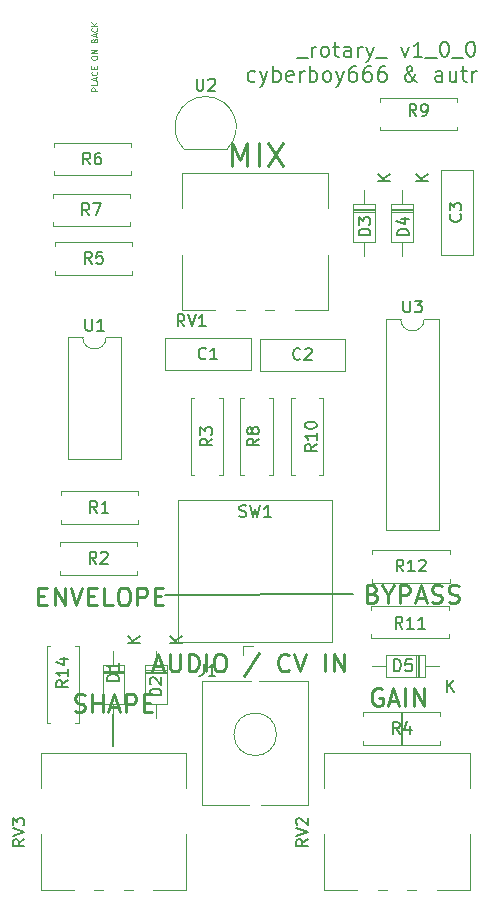
<source format=gbr>
%TF.GenerationSoftware,KiCad,Pcbnew,7.0.9*%
%TF.CreationDate,2024-05-17T11:53:30+10:00*%
%TF.ProjectId,_rotary_,5f726f74-6172-4795-9f2e-6b696361645f,v0_1_2*%
%TF.SameCoordinates,Original*%
%TF.FileFunction,Legend,Top*%
%TF.FilePolarity,Positive*%
%FSLAX46Y46*%
G04 Gerber Fmt 4.6, Leading zero omitted, Abs format (unit mm)*
G04 Created by KiCad (PCBNEW 7.0.9) date 2024-05-17 11:53:30*
%MOMM*%
%LPD*%
G01*
G04 APERTURE LIST*
%ADD10C,0.200000*%
%ADD11C,0.250000*%
%ADD12C,0.100000*%
%ADD13C,0.150000*%
%ADD14C,0.120000*%
G04 APERTURE END LIST*
D10*
X108300000Y-112300000D02*
X92400000Y-112400000D01*
X88000000Y-122500000D02*
X88000000Y-122500000D01*
X112400000Y-125070000D02*
X112400000Y-122370000D01*
X88000000Y-125200000D02*
X88000000Y-122500000D01*
D11*
X91428571Y-118452357D02*
X92142857Y-118452357D01*
X91285714Y-118880928D02*
X91785714Y-117380928D01*
X91785714Y-117380928D02*
X92285714Y-118880928D01*
X92785713Y-117380928D02*
X92785713Y-118595214D01*
X92785713Y-118595214D02*
X92857142Y-118738071D01*
X92857142Y-118738071D02*
X92928571Y-118809500D01*
X92928571Y-118809500D02*
X93071428Y-118880928D01*
X93071428Y-118880928D02*
X93357142Y-118880928D01*
X93357142Y-118880928D02*
X93499999Y-118809500D01*
X93499999Y-118809500D02*
X93571428Y-118738071D01*
X93571428Y-118738071D02*
X93642856Y-118595214D01*
X93642856Y-118595214D02*
X93642856Y-117380928D01*
X94357142Y-118880928D02*
X94357142Y-117380928D01*
X94357142Y-117380928D02*
X94714285Y-117380928D01*
X94714285Y-117380928D02*
X94928571Y-117452357D01*
X94928571Y-117452357D02*
X95071428Y-117595214D01*
X95071428Y-117595214D02*
X95142857Y-117738071D01*
X95142857Y-117738071D02*
X95214285Y-118023785D01*
X95214285Y-118023785D02*
X95214285Y-118238071D01*
X95214285Y-118238071D02*
X95142857Y-118523785D01*
X95142857Y-118523785D02*
X95071428Y-118666642D01*
X95071428Y-118666642D02*
X94928571Y-118809500D01*
X94928571Y-118809500D02*
X94714285Y-118880928D01*
X94714285Y-118880928D02*
X94357142Y-118880928D01*
X95857142Y-118880928D02*
X95857142Y-117380928D01*
X96857143Y-117380928D02*
X97142857Y-117380928D01*
X97142857Y-117380928D02*
X97285714Y-117452357D01*
X97285714Y-117452357D02*
X97428571Y-117595214D01*
X97428571Y-117595214D02*
X97500000Y-117880928D01*
X97500000Y-117880928D02*
X97500000Y-118380928D01*
X97500000Y-118380928D02*
X97428571Y-118666642D01*
X97428571Y-118666642D02*
X97285714Y-118809500D01*
X97285714Y-118809500D02*
X97142857Y-118880928D01*
X97142857Y-118880928D02*
X96857143Y-118880928D01*
X96857143Y-118880928D02*
X96714286Y-118809500D01*
X96714286Y-118809500D02*
X96571428Y-118666642D01*
X96571428Y-118666642D02*
X96500000Y-118380928D01*
X96500000Y-118380928D02*
X96500000Y-117880928D01*
X96500000Y-117880928D02*
X96571428Y-117595214D01*
X96571428Y-117595214D02*
X96714286Y-117452357D01*
X96714286Y-117452357D02*
X96857143Y-117380928D01*
X100357143Y-117309500D02*
X99071429Y-119238071D01*
X102857143Y-118738071D02*
X102785715Y-118809500D01*
X102785715Y-118809500D02*
X102571429Y-118880928D01*
X102571429Y-118880928D02*
X102428572Y-118880928D01*
X102428572Y-118880928D02*
X102214286Y-118809500D01*
X102214286Y-118809500D02*
X102071429Y-118666642D01*
X102071429Y-118666642D02*
X102000000Y-118523785D01*
X102000000Y-118523785D02*
X101928572Y-118238071D01*
X101928572Y-118238071D02*
X101928572Y-118023785D01*
X101928572Y-118023785D02*
X102000000Y-117738071D01*
X102000000Y-117738071D02*
X102071429Y-117595214D01*
X102071429Y-117595214D02*
X102214286Y-117452357D01*
X102214286Y-117452357D02*
X102428572Y-117380928D01*
X102428572Y-117380928D02*
X102571429Y-117380928D01*
X102571429Y-117380928D02*
X102785715Y-117452357D01*
X102785715Y-117452357D02*
X102857143Y-117523785D01*
X103285715Y-117380928D02*
X103785715Y-118880928D01*
X103785715Y-118880928D02*
X104285715Y-117380928D01*
X105928571Y-118880928D02*
X105928571Y-117380928D01*
X106642857Y-118880928D02*
X106642857Y-117380928D01*
X106642857Y-117380928D02*
X107500000Y-118880928D01*
X107500000Y-118880928D02*
X107500000Y-117380928D01*
X81649999Y-112495214D02*
X82149999Y-112495214D01*
X82364285Y-113280928D02*
X81649999Y-113280928D01*
X81649999Y-113280928D02*
X81649999Y-111780928D01*
X81649999Y-111780928D02*
X82364285Y-111780928D01*
X83007142Y-113280928D02*
X83007142Y-111780928D01*
X83007142Y-111780928D02*
X83864285Y-113280928D01*
X83864285Y-113280928D02*
X83864285Y-111780928D01*
X84364286Y-111780928D02*
X84864286Y-113280928D01*
X84864286Y-113280928D02*
X85364286Y-111780928D01*
X85864285Y-112495214D02*
X86364285Y-112495214D01*
X86578571Y-113280928D02*
X85864285Y-113280928D01*
X85864285Y-113280928D02*
X85864285Y-111780928D01*
X85864285Y-111780928D02*
X86578571Y-111780928D01*
X87935714Y-113280928D02*
X87221428Y-113280928D01*
X87221428Y-113280928D02*
X87221428Y-111780928D01*
X88721429Y-111780928D02*
X89007143Y-111780928D01*
X89007143Y-111780928D02*
X89150000Y-111852357D01*
X89150000Y-111852357D02*
X89292857Y-111995214D01*
X89292857Y-111995214D02*
X89364286Y-112280928D01*
X89364286Y-112280928D02*
X89364286Y-112780928D01*
X89364286Y-112780928D02*
X89292857Y-113066642D01*
X89292857Y-113066642D02*
X89150000Y-113209500D01*
X89150000Y-113209500D02*
X89007143Y-113280928D01*
X89007143Y-113280928D02*
X88721429Y-113280928D01*
X88721429Y-113280928D02*
X88578572Y-113209500D01*
X88578572Y-113209500D02*
X88435714Y-113066642D01*
X88435714Y-113066642D02*
X88364286Y-112780928D01*
X88364286Y-112780928D02*
X88364286Y-112280928D01*
X88364286Y-112280928D02*
X88435714Y-111995214D01*
X88435714Y-111995214D02*
X88578572Y-111852357D01*
X88578572Y-111852357D02*
X88721429Y-111780928D01*
X90007143Y-113280928D02*
X90007143Y-111780928D01*
X90007143Y-111780928D02*
X90578572Y-111780928D01*
X90578572Y-111780928D02*
X90721429Y-111852357D01*
X90721429Y-111852357D02*
X90792858Y-111923785D01*
X90792858Y-111923785D02*
X90864286Y-112066642D01*
X90864286Y-112066642D02*
X90864286Y-112280928D01*
X90864286Y-112280928D02*
X90792858Y-112423785D01*
X90792858Y-112423785D02*
X90721429Y-112495214D01*
X90721429Y-112495214D02*
X90578572Y-112566642D01*
X90578572Y-112566642D02*
X90007143Y-112566642D01*
X91507143Y-112495214D02*
X92007143Y-112495214D01*
X92221429Y-113280928D02*
X91507143Y-113280928D01*
X91507143Y-113280928D02*
X91507143Y-111780928D01*
X91507143Y-111780928D02*
X92221429Y-111780928D01*
X84714286Y-122244500D02*
X84928572Y-122315928D01*
X84928572Y-122315928D02*
X85285714Y-122315928D01*
X85285714Y-122315928D02*
X85428572Y-122244500D01*
X85428572Y-122244500D02*
X85500000Y-122173071D01*
X85500000Y-122173071D02*
X85571429Y-122030214D01*
X85571429Y-122030214D02*
X85571429Y-121887357D01*
X85571429Y-121887357D02*
X85500000Y-121744500D01*
X85500000Y-121744500D02*
X85428572Y-121673071D01*
X85428572Y-121673071D02*
X85285714Y-121601642D01*
X85285714Y-121601642D02*
X85000000Y-121530214D01*
X85000000Y-121530214D02*
X84857143Y-121458785D01*
X84857143Y-121458785D02*
X84785714Y-121387357D01*
X84785714Y-121387357D02*
X84714286Y-121244500D01*
X84714286Y-121244500D02*
X84714286Y-121101642D01*
X84714286Y-121101642D02*
X84785714Y-120958785D01*
X84785714Y-120958785D02*
X84857143Y-120887357D01*
X84857143Y-120887357D02*
X85000000Y-120815928D01*
X85000000Y-120815928D02*
X85357143Y-120815928D01*
X85357143Y-120815928D02*
X85571429Y-120887357D01*
X86214285Y-122315928D02*
X86214285Y-120815928D01*
X86214285Y-121530214D02*
X87071428Y-121530214D01*
X87071428Y-122315928D02*
X87071428Y-120815928D01*
X87714286Y-121887357D02*
X88428572Y-121887357D01*
X87571429Y-122315928D02*
X88071429Y-120815928D01*
X88071429Y-120815928D02*
X88571429Y-122315928D01*
X89071428Y-122315928D02*
X89071428Y-120815928D01*
X89071428Y-120815928D02*
X89642857Y-120815928D01*
X89642857Y-120815928D02*
X89785714Y-120887357D01*
X89785714Y-120887357D02*
X89857143Y-120958785D01*
X89857143Y-120958785D02*
X89928571Y-121101642D01*
X89928571Y-121101642D02*
X89928571Y-121315928D01*
X89928571Y-121315928D02*
X89857143Y-121458785D01*
X89857143Y-121458785D02*
X89785714Y-121530214D01*
X89785714Y-121530214D02*
X89642857Y-121601642D01*
X89642857Y-121601642D02*
X89071428Y-121601642D01*
X90571428Y-121530214D02*
X91071428Y-121530214D01*
X91285714Y-122315928D02*
X90571428Y-122315928D01*
X90571428Y-122315928D02*
X90571428Y-120815928D01*
X90571428Y-120815928D02*
X91285714Y-120815928D01*
X109942857Y-112295214D02*
X110157143Y-112366642D01*
X110157143Y-112366642D02*
X110228572Y-112438071D01*
X110228572Y-112438071D02*
X110300000Y-112580928D01*
X110300000Y-112580928D02*
X110300000Y-112795214D01*
X110300000Y-112795214D02*
X110228572Y-112938071D01*
X110228572Y-112938071D02*
X110157143Y-113009500D01*
X110157143Y-113009500D02*
X110014286Y-113080928D01*
X110014286Y-113080928D02*
X109442857Y-113080928D01*
X109442857Y-113080928D02*
X109442857Y-111580928D01*
X109442857Y-111580928D02*
X109942857Y-111580928D01*
X109942857Y-111580928D02*
X110085715Y-111652357D01*
X110085715Y-111652357D02*
X110157143Y-111723785D01*
X110157143Y-111723785D02*
X110228572Y-111866642D01*
X110228572Y-111866642D02*
X110228572Y-112009500D01*
X110228572Y-112009500D02*
X110157143Y-112152357D01*
X110157143Y-112152357D02*
X110085715Y-112223785D01*
X110085715Y-112223785D02*
X109942857Y-112295214D01*
X109942857Y-112295214D02*
X109442857Y-112295214D01*
X111228572Y-112366642D02*
X111228572Y-113080928D01*
X110728572Y-111580928D02*
X111228572Y-112366642D01*
X111228572Y-112366642D02*
X111728572Y-111580928D01*
X112228571Y-113080928D02*
X112228571Y-111580928D01*
X112228571Y-111580928D02*
X112800000Y-111580928D01*
X112800000Y-111580928D02*
X112942857Y-111652357D01*
X112942857Y-111652357D02*
X113014286Y-111723785D01*
X113014286Y-111723785D02*
X113085714Y-111866642D01*
X113085714Y-111866642D02*
X113085714Y-112080928D01*
X113085714Y-112080928D02*
X113014286Y-112223785D01*
X113014286Y-112223785D02*
X112942857Y-112295214D01*
X112942857Y-112295214D02*
X112800000Y-112366642D01*
X112800000Y-112366642D02*
X112228571Y-112366642D01*
X113657143Y-112652357D02*
X114371429Y-112652357D01*
X113514286Y-113080928D02*
X114014286Y-111580928D01*
X114014286Y-111580928D02*
X114514286Y-113080928D01*
X114942857Y-113009500D02*
X115157143Y-113080928D01*
X115157143Y-113080928D02*
X115514285Y-113080928D01*
X115514285Y-113080928D02*
X115657143Y-113009500D01*
X115657143Y-113009500D02*
X115728571Y-112938071D01*
X115728571Y-112938071D02*
X115800000Y-112795214D01*
X115800000Y-112795214D02*
X115800000Y-112652357D01*
X115800000Y-112652357D02*
X115728571Y-112509500D01*
X115728571Y-112509500D02*
X115657143Y-112438071D01*
X115657143Y-112438071D02*
X115514285Y-112366642D01*
X115514285Y-112366642D02*
X115228571Y-112295214D01*
X115228571Y-112295214D02*
X115085714Y-112223785D01*
X115085714Y-112223785D02*
X115014285Y-112152357D01*
X115014285Y-112152357D02*
X114942857Y-112009500D01*
X114942857Y-112009500D02*
X114942857Y-111866642D01*
X114942857Y-111866642D02*
X115014285Y-111723785D01*
X115014285Y-111723785D02*
X115085714Y-111652357D01*
X115085714Y-111652357D02*
X115228571Y-111580928D01*
X115228571Y-111580928D02*
X115585714Y-111580928D01*
X115585714Y-111580928D02*
X115800000Y-111652357D01*
X116371428Y-113009500D02*
X116585714Y-113080928D01*
X116585714Y-113080928D02*
X116942856Y-113080928D01*
X116942856Y-113080928D02*
X117085714Y-113009500D01*
X117085714Y-113009500D02*
X117157142Y-112938071D01*
X117157142Y-112938071D02*
X117228571Y-112795214D01*
X117228571Y-112795214D02*
X117228571Y-112652357D01*
X117228571Y-112652357D02*
X117157142Y-112509500D01*
X117157142Y-112509500D02*
X117085714Y-112438071D01*
X117085714Y-112438071D02*
X116942856Y-112366642D01*
X116942856Y-112366642D02*
X116657142Y-112295214D01*
X116657142Y-112295214D02*
X116514285Y-112223785D01*
X116514285Y-112223785D02*
X116442856Y-112152357D01*
X116442856Y-112152357D02*
X116371428Y-112009500D01*
X116371428Y-112009500D02*
X116371428Y-111866642D01*
X116371428Y-111866642D02*
X116442856Y-111723785D01*
X116442856Y-111723785D02*
X116514285Y-111652357D01*
X116514285Y-111652357D02*
X116657142Y-111580928D01*
X116657142Y-111580928D02*
X117014285Y-111580928D01*
X117014285Y-111580928D02*
X117228571Y-111652357D01*
D12*
X86633609Y-69715163D02*
X86133609Y-69715163D01*
X86133609Y-69715163D02*
X86133609Y-69524687D01*
X86133609Y-69524687D02*
X86157419Y-69477068D01*
X86157419Y-69477068D02*
X86181228Y-69453258D01*
X86181228Y-69453258D02*
X86228847Y-69429449D01*
X86228847Y-69429449D02*
X86300276Y-69429449D01*
X86300276Y-69429449D02*
X86347895Y-69453258D01*
X86347895Y-69453258D02*
X86371704Y-69477068D01*
X86371704Y-69477068D02*
X86395514Y-69524687D01*
X86395514Y-69524687D02*
X86395514Y-69715163D01*
X86633609Y-68977068D02*
X86633609Y-69215163D01*
X86633609Y-69215163D02*
X86133609Y-69215163D01*
X86490752Y-68834210D02*
X86490752Y-68596115D01*
X86633609Y-68881829D02*
X86133609Y-68715163D01*
X86133609Y-68715163D02*
X86633609Y-68548496D01*
X86585990Y-68096116D02*
X86609800Y-68119925D01*
X86609800Y-68119925D02*
X86633609Y-68191354D01*
X86633609Y-68191354D02*
X86633609Y-68238973D01*
X86633609Y-68238973D02*
X86609800Y-68310401D01*
X86609800Y-68310401D02*
X86562180Y-68358020D01*
X86562180Y-68358020D02*
X86514561Y-68381830D01*
X86514561Y-68381830D02*
X86419323Y-68405639D01*
X86419323Y-68405639D02*
X86347895Y-68405639D01*
X86347895Y-68405639D02*
X86252657Y-68381830D01*
X86252657Y-68381830D02*
X86205038Y-68358020D01*
X86205038Y-68358020D02*
X86157419Y-68310401D01*
X86157419Y-68310401D02*
X86133609Y-68238973D01*
X86133609Y-68238973D02*
X86133609Y-68191354D01*
X86133609Y-68191354D02*
X86157419Y-68119925D01*
X86157419Y-68119925D02*
X86181228Y-68096116D01*
X86371704Y-67881830D02*
X86371704Y-67715163D01*
X86633609Y-67643735D02*
X86633609Y-67881830D01*
X86633609Y-67881830D02*
X86133609Y-67881830D01*
X86133609Y-67881830D02*
X86133609Y-67643735D01*
X86133609Y-66953259D02*
X86133609Y-66858021D01*
X86133609Y-66858021D02*
X86157419Y-66810402D01*
X86157419Y-66810402D02*
X86205038Y-66762783D01*
X86205038Y-66762783D02*
X86300276Y-66738973D01*
X86300276Y-66738973D02*
X86466942Y-66738973D01*
X86466942Y-66738973D02*
X86562180Y-66762783D01*
X86562180Y-66762783D02*
X86609800Y-66810402D01*
X86609800Y-66810402D02*
X86633609Y-66858021D01*
X86633609Y-66858021D02*
X86633609Y-66953259D01*
X86633609Y-66953259D02*
X86609800Y-67000878D01*
X86609800Y-67000878D02*
X86562180Y-67048497D01*
X86562180Y-67048497D02*
X86466942Y-67072306D01*
X86466942Y-67072306D02*
X86300276Y-67072306D01*
X86300276Y-67072306D02*
X86205038Y-67048497D01*
X86205038Y-67048497D02*
X86157419Y-67000878D01*
X86157419Y-67000878D02*
X86133609Y-66953259D01*
X86633609Y-66524687D02*
X86133609Y-66524687D01*
X86133609Y-66524687D02*
X86633609Y-66238973D01*
X86633609Y-66238973D02*
X86133609Y-66238973D01*
X86371704Y-65453258D02*
X86395514Y-65381830D01*
X86395514Y-65381830D02*
X86419323Y-65358020D01*
X86419323Y-65358020D02*
X86466942Y-65334211D01*
X86466942Y-65334211D02*
X86538371Y-65334211D01*
X86538371Y-65334211D02*
X86585990Y-65358020D01*
X86585990Y-65358020D02*
X86609800Y-65381830D01*
X86609800Y-65381830D02*
X86633609Y-65429449D01*
X86633609Y-65429449D02*
X86633609Y-65619925D01*
X86633609Y-65619925D02*
X86133609Y-65619925D01*
X86133609Y-65619925D02*
X86133609Y-65453258D01*
X86133609Y-65453258D02*
X86157419Y-65405639D01*
X86157419Y-65405639D02*
X86181228Y-65381830D01*
X86181228Y-65381830D02*
X86228847Y-65358020D01*
X86228847Y-65358020D02*
X86276466Y-65358020D01*
X86276466Y-65358020D02*
X86324085Y-65381830D01*
X86324085Y-65381830D02*
X86347895Y-65405639D01*
X86347895Y-65405639D02*
X86371704Y-65453258D01*
X86371704Y-65453258D02*
X86371704Y-65619925D01*
X86490752Y-65143734D02*
X86490752Y-64905639D01*
X86633609Y-65191353D02*
X86133609Y-65024687D01*
X86133609Y-65024687D02*
X86633609Y-64858020D01*
X86585990Y-64405640D02*
X86609800Y-64429449D01*
X86609800Y-64429449D02*
X86633609Y-64500878D01*
X86633609Y-64500878D02*
X86633609Y-64548497D01*
X86633609Y-64548497D02*
X86609800Y-64619925D01*
X86609800Y-64619925D02*
X86562180Y-64667544D01*
X86562180Y-64667544D02*
X86514561Y-64691354D01*
X86514561Y-64691354D02*
X86419323Y-64715163D01*
X86419323Y-64715163D02*
X86347895Y-64715163D01*
X86347895Y-64715163D02*
X86252657Y-64691354D01*
X86252657Y-64691354D02*
X86205038Y-64667544D01*
X86205038Y-64667544D02*
X86157419Y-64619925D01*
X86157419Y-64619925D02*
X86133609Y-64548497D01*
X86133609Y-64548497D02*
X86133609Y-64500878D01*
X86133609Y-64500878D02*
X86157419Y-64429449D01*
X86157419Y-64429449D02*
X86181228Y-64405640D01*
X86633609Y-64191354D02*
X86133609Y-64191354D01*
X86633609Y-63905640D02*
X86347895Y-64119925D01*
X86133609Y-63905640D02*
X86419323Y-64191354D01*
D11*
X110707143Y-120352357D02*
X110564286Y-120280928D01*
X110564286Y-120280928D02*
X110350000Y-120280928D01*
X110350000Y-120280928D02*
X110135714Y-120352357D01*
X110135714Y-120352357D02*
X109992857Y-120495214D01*
X109992857Y-120495214D02*
X109921428Y-120638071D01*
X109921428Y-120638071D02*
X109850000Y-120923785D01*
X109850000Y-120923785D02*
X109850000Y-121138071D01*
X109850000Y-121138071D02*
X109921428Y-121423785D01*
X109921428Y-121423785D02*
X109992857Y-121566642D01*
X109992857Y-121566642D02*
X110135714Y-121709500D01*
X110135714Y-121709500D02*
X110350000Y-121780928D01*
X110350000Y-121780928D02*
X110492857Y-121780928D01*
X110492857Y-121780928D02*
X110707143Y-121709500D01*
X110707143Y-121709500D02*
X110778571Y-121638071D01*
X110778571Y-121638071D02*
X110778571Y-121138071D01*
X110778571Y-121138071D02*
X110492857Y-121138071D01*
X111350000Y-121352357D02*
X112064286Y-121352357D01*
X111207143Y-121780928D02*
X111707143Y-120280928D01*
X111707143Y-120280928D02*
X112207143Y-121780928D01*
X112707142Y-121780928D02*
X112707142Y-120280928D01*
X113421428Y-121780928D02*
X113421428Y-120280928D01*
X113421428Y-120280928D02*
X114278571Y-121780928D01*
X114278571Y-121780928D02*
X114278571Y-120280928D01*
D10*
X103516044Y-66968314D02*
X104506520Y-66968314D01*
X104816043Y-66844504D02*
X104816043Y-65977838D01*
X104816043Y-66225457D02*
X104877948Y-66101647D01*
X104877948Y-66101647D02*
X104939853Y-66039742D01*
X104939853Y-66039742D02*
X105063662Y-65977838D01*
X105063662Y-65977838D02*
X105187472Y-65977838D01*
X105806520Y-66844504D02*
X105682710Y-66782600D01*
X105682710Y-66782600D02*
X105620805Y-66720695D01*
X105620805Y-66720695D02*
X105558901Y-66596885D01*
X105558901Y-66596885D02*
X105558901Y-66225457D01*
X105558901Y-66225457D02*
X105620805Y-66101647D01*
X105620805Y-66101647D02*
X105682710Y-66039742D01*
X105682710Y-66039742D02*
X105806520Y-65977838D01*
X105806520Y-65977838D02*
X105992234Y-65977838D01*
X105992234Y-65977838D02*
X106116043Y-66039742D01*
X106116043Y-66039742D02*
X106177948Y-66101647D01*
X106177948Y-66101647D02*
X106239853Y-66225457D01*
X106239853Y-66225457D02*
X106239853Y-66596885D01*
X106239853Y-66596885D02*
X106177948Y-66720695D01*
X106177948Y-66720695D02*
X106116043Y-66782600D01*
X106116043Y-66782600D02*
X105992234Y-66844504D01*
X105992234Y-66844504D02*
X105806520Y-66844504D01*
X106611281Y-65977838D02*
X107106519Y-65977838D01*
X106796995Y-65544504D02*
X106796995Y-66658790D01*
X106796995Y-66658790D02*
X106858900Y-66782600D01*
X106858900Y-66782600D02*
X106982710Y-66844504D01*
X106982710Y-66844504D02*
X107106519Y-66844504D01*
X108096995Y-66844504D02*
X108096995Y-66163552D01*
X108096995Y-66163552D02*
X108035090Y-66039742D01*
X108035090Y-66039742D02*
X107911281Y-65977838D01*
X107911281Y-65977838D02*
X107663662Y-65977838D01*
X107663662Y-65977838D02*
X107539852Y-66039742D01*
X108096995Y-66782600D02*
X107973186Y-66844504D01*
X107973186Y-66844504D02*
X107663662Y-66844504D01*
X107663662Y-66844504D02*
X107539852Y-66782600D01*
X107539852Y-66782600D02*
X107477948Y-66658790D01*
X107477948Y-66658790D02*
X107477948Y-66534980D01*
X107477948Y-66534980D02*
X107539852Y-66411171D01*
X107539852Y-66411171D02*
X107663662Y-66349266D01*
X107663662Y-66349266D02*
X107973186Y-66349266D01*
X107973186Y-66349266D02*
X108096995Y-66287361D01*
X108716042Y-66844504D02*
X108716042Y-65977838D01*
X108716042Y-66225457D02*
X108777947Y-66101647D01*
X108777947Y-66101647D02*
X108839852Y-66039742D01*
X108839852Y-66039742D02*
X108963661Y-65977838D01*
X108963661Y-65977838D02*
X109087471Y-65977838D01*
X109396995Y-65977838D02*
X109706519Y-66844504D01*
X110016042Y-65977838D02*
X109706519Y-66844504D01*
X109706519Y-66844504D02*
X109582709Y-67154028D01*
X109582709Y-67154028D02*
X109520804Y-67215933D01*
X109520804Y-67215933D02*
X109396995Y-67277838D01*
X110201757Y-66968314D02*
X111192233Y-66968314D01*
X112368423Y-65977838D02*
X112677947Y-66844504D01*
X112677947Y-66844504D02*
X112987470Y-65977838D01*
X114163661Y-66844504D02*
X113420804Y-66844504D01*
X113792232Y-66844504D02*
X113792232Y-65544504D01*
X113792232Y-65544504D02*
X113668423Y-65730219D01*
X113668423Y-65730219D02*
X113544613Y-65854028D01*
X113544613Y-65854028D02*
X113420804Y-65915933D01*
X114411280Y-66968314D02*
X115401756Y-66968314D01*
X115958898Y-65544504D02*
X116082708Y-65544504D01*
X116082708Y-65544504D02*
X116206517Y-65606409D01*
X116206517Y-65606409D02*
X116268422Y-65668314D01*
X116268422Y-65668314D02*
X116330327Y-65792123D01*
X116330327Y-65792123D02*
X116392232Y-66039742D01*
X116392232Y-66039742D02*
X116392232Y-66349266D01*
X116392232Y-66349266D02*
X116330327Y-66596885D01*
X116330327Y-66596885D02*
X116268422Y-66720695D01*
X116268422Y-66720695D02*
X116206517Y-66782600D01*
X116206517Y-66782600D02*
X116082708Y-66844504D01*
X116082708Y-66844504D02*
X115958898Y-66844504D01*
X115958898Y-66844504D02*
X115835089Y-66782600D01*
X115835089Y-66782600D02*
X115773184Y-66720695D01*
X115773184Y-66720695D02*
X115711279Y-66596885D01*
X115711279Y-66596885D02*
X115649375Y-66349266D01*
X115649375Y-66349266D02*
X115649375Y-66039742D01*
X115649375Y-66039742D02*
X115711279Y-65792123D01*
X115711279Y-65792123D02*
X115773184Y-65668314D01*
X115773184Y-65668314D02*
X115835089Y-65606409D01*
X115835089Y-65606409D02*
X115958898Y-65544504D01*
X116639851Y-66968314D02*
X117630327Y-66968314D01*
X118187469Y-65544504D02*
X118311279Y-65544504D01*
X118311279Y-65544504D02*
X118435088Y-65606409D01*
X118435088Y-65606409D02*
X118496993Y-65668314D01*
X118496993Y-65668314D02*
X118558898Y-65792123D01*
X118558898Y-65792123D02*
X118620803Y-66039742D01*
X118620803Y-66039742D02*
X118620803Y-66349266D01*
X118620803Y-66349266D02*
X118558898Y-66596885D01*
X118558898Y-66596885D02*
X118496993Y-66720695D01*
X118496993Y-66720695D02*
X118435088Y-66782600D01*
X118435088Y-66782600D02*
X118311279Y-66844504D01*
X118311279Y-66844504D02*
X118187469Y-66844504D01*
X118187469Y-66844504D02*
X118063660Y-66782600D01*
X118063660Y-66782600D02*
X118001755Y-66720695D01*
X118001755Y-66720695D02*
X117939850Y-66596885D01*
X117939850Y-66596885D02*
X117877946Y-66349266D01*
X117877946Y-66349266D02*
X117877946Y-66039742D01*
X117877946Y-66039742D02*
X117939850Y-65792123D01*
X117939850Y-65792123D02*
X118001755Y-65668314D01*
X118001755Y-65668314D02*
X118063660Y-65606409D01*
X118063660Y-65606409D02*
X118187469Y-65544504D01*
X99987472Y-68875600D02*
X99863663Y-68937504D01*
X99863663Y-68937504D02*
X99616044Y-68937504D01*
X99616044Y-68937504D02*
X99492234Y-68875600D01*
X99492234Y-68875600D02*
X99430329Y-68813695D01*
X99430329Y-68813695D02*
X99368425Y-68689885D01*
X99368425Y-68689885D02*
X99368425Y-68318457D01*
X99368425Y-68318457D02*
X99430329Y-68194647D01*
X99430329Y-68194647D02*
X99492234Y-68132742D01*
X99492234Y-68132742D02*
X99616044Y-68070838D01*
X99616044Y-68070838D02*
X99863663Y-68070838D01*
X99863663Y-68070838D02*
X99987472Y-68132742D01*
X100420806Y-68070838D02*
X100730330Y-68937504D01*
X101039853Y-68070838D02*
X100730330Y-68937504D01*
X100730330Y-68937504D02*
X100606520Y-69247028D01*
X100606520Y-69247028D02*
X100544615Y-69308933D01*
X100544615Y-69308933D02*
X100420806Y-69370838D01*
X101535091Y-68937504D02*
X101535091Y-67637504D01*
X101535091Y-68132742D02*
X101658901Y-68070838D01*
X101658901Y-68070838D02*
X101906520Y-68070838D01*
X101906520Y-68070838D02*
X102030329Y-68132742D01*
X102030329Y-68132742D02*
X102092234Y-68194647D01*
X102092234Y-68194647D02*
X102154139Y-68318457D01*
X102154139Y-68318457D02*
X102154139Y-68689885D01*
X102154139Y-68689885D02*
X102092234Y-68813695D01*
X102092234Y-68813695D02*
X102030329Y-68875600D01*
X102030329Y-68875600D02*
X101906520Y-68937504D01*
X101906520Y-68937504D02*
X101658901Y-68937504D01*
X101658901Y-68937504D02*
X101535091Y-68875600D01*
X103206519Y-68875600D02*
X103082710Y-68937504D01*
X103082710Y-68937504D02*
X102835091Y-68937504D01*
X102835091Y-68937504D02*
X102711281Y-68875600D01*
X102711281Y-68875600D02*
X102649377Y-68751790D01*
X102649377Y-68751790D02*
X102649377Y-68256552D01*
X102649377Y-68256552D02*
X102711281Y-68132742D01*
X102711281Y-68132742D02*
X102835091Y-68070838D01*
X102835091Y-68070838D02*
X103082710Y-68070838D01*
X103082710Y-68070838D02*
X103206519Y-68132742D01*
X103206519Y-68132742D02*
X103268424Y-68256552D01*
X103268424Y-68256552D02*
X103268424Y-68380361D01*
X103268424Y-68380361D02*
X102649377Y-68504171D01*
X103825567Y-68937504D02*
X103825567Y-68070838D01*
X103825567Y-68318457D02*
X103887472Y-68194647D01*
X103887472Y-68194647D02*
X103949377Y-68132742D01*
X103949377Y-68132742D02*
X104073186Y-68070838D01*
X104073186Y-68070838D02*
X104196996Y-68070838D01*
X104630329Y-68937504D02*
X104630329Y-67637504D01*
X104630329Y-68132742D02*
X104754139Y-68070838D01*
X104754139Y-68070838D02*
X105001758Y-68070838D01*
X105001758Y-68070838D02*
X105125567Y-68132742D01*
X105125567Y-68132742D02*
X105187472Y-68194647D01*
X105187472Y-68194647D02*
X105249377Y-68318457D01*
X105249377Y-68318457D02*
X105249377Y-68689885D01*
X105249377Y-68689885D02*
X105187472Y-68813695D01*
X105187472Y-68813695D02*
X105125567Y-68875600D01*
X105125567Y-68875600D02*
X105001758Y-68937504D01*
X105001758Y-68937504D02*
X104754139Y-68937504D01*
X104754139Y-68937504D02*
X104630329Y-68875600D01*
X105992234Y-68937504D02*
X105868424Y-68875600D01*
X105868424Y-68875600D02*
X105806519Y-68813695D01*
X105806519Y-68813695D02*
X105744615Y-68689885D01*
X105744615Y-68689885D02*
X105744615Y-68318457D01*
X105744615Y-68318457D02*
X105806519Y-68194647D01*
X105806519Y-68194647D02*
X105868424Y-68132742D01*
X105868424Y-68132742D02*
X105992234Y-68070838D01*
X105992234Y-68070838D02*
X106177948Y-68070838D01*
X106177948Y-68070838D02*
X106301757Y-68132742D01*
X106301757Y-68132742D02*
X106363662Y-68194647D01*
X106363662Y-68194647D02*
X106425567Y-68318457D01*
X106425567Y-68318457D02*
X106425567Y-68689885D01*
X106425567Y-68689885D02*
X106363662Y-68813695D01*
X106363662Y-68813695D02*
X106301757Y-68875600D01*
X106301757Y-68875600D02*
X106177948Y-68937504D01*
X106177948Y-68937504D02*
X105992234Y-68937504D01*
X106858900Y-68070838D02*
X107168424Y-68937504D01*
X107477947Y-68070838D02*
X107168424Y-68937504D01*
X107168424Y-68937504D02*
X107044614Y-69247028D01*
X107044614Y-69247028D02*
X106982709Y-69308933D01*
X106982709Y-69308933D02*
X106858900Y-69370838D01*
X108530328Y-67637504D02*
X108282709Y-67637504D01*
X108282709Y-67637504D02*
X108158900Y-67699409D01*
X108158900Y-67699409D02*
X108096995Y-67761314D01*
X108096995Y-67761314D02*
X107973185Y-67947028D01*
X107973185Y-67947028D02*
X107911281Y-68194647D01*
X107911281Y-68194647D02*
X107911281Y-68689885D01*
X107911281Y-68689885D02*
X107973185Y-68813695D01*
X107973185Y-68813695D02*
X108035090Y-68875600D01*
X108035090Y-68875600D02*
X108158900Y-68937504D01*
X108158900Y-68937504D02*
X108406519Y-68937504D01*
X108406519Y-68937504D02*
X108530328Y-68875600D01*
X108530328Y-68875600D02*
X108592233Y-68813695D01*
X108592233Y-68813695D02*
X108654138Y-68689885D01*
X108654138Y-68689885D02*
X108654138Y-68380361D01*
X108654138Y-68380361D02*
X108592233Y-68256552D01*
X108592233Y-68256552D02*
X108530328Y-68194647D01*
X108530328Y-68194647D02*
X108406519Y-68132742D01*
X108406519Y-68132742D02*
X108158900Y-68132742D01*
X108158900Y-68132742D02*
X108035090Y-68194647D01*
X108035090Y-68194647D02*
X107973185Y-68256552D01*
X107973185Y-68256552D02*
X107911281Y-68380361D01*
X109768423Y-67637504D02*
X109520804Y-67637504D01*
X109520804Y-67637504D02*
X109396995Y-67699409D01*
X109396995Y-67699409D02*
X109335090Y-67761314D01*
X109335090Y-67761314D02*
X109211280Y-67947028D01*
X109211280Y-67947028D02*
X109149376Y-68194647D01*
X109149376Y-68194647D02*
X109149376Y-68689885D01*
X109149376Y-68689885D02*
X109211280Y-68813695D01*
X109211280Y-68813695D02*
X109273185Y-68875600D01*
X109273185Y-68875600D02*
X109396995Y-68937504D01*
X109396995Y-68937504D02*
X109644614Y-68937504D01*
X109644614Y-68937504D02*
X109768423Y-68875600D01*
X109768423Y-68875600D02*
X109830328Y-68813695D01*
X109830328Y-68813695D02*
X109892233Y-68689885D01*
X109892233Y-68689885D02*
X109892233Y-68380361D01*
X109892233Y-68380361D02*
X109830328Y-68256552D01*
X109830328Y-68256552D02*
X109768423Y-68194647D01*
X109768423Y-68194647D02*
X109644614Y-68132742D01*
X109644614Y-68132742D02*
X109396995Y-68132742D01*
X109396995Y-68132742D02*
X109273185Y-68194647D01*
X109273185Y-68194647D02*
X109211280Y-68256552D01*
X109211280Y-68256552D02*
X109149376Y-68380361D01*
X111006518Y-67637504D02*
X110758899Y-67637504D01*
X110758899Y-67637504D02*
X110635090Y-67699409D01*
X110635090Y-67699409D02*
X110573185Y-67761314D01*
X110573185Y-67761314D02*
X110449375Y-67947028D01*
X110449375Y-67947028D02*
X110387471Y-68194647D01*
X110387471Y-68194647D02*
X110387471Y-68689885D01*
X110387471Y-68689885D02*
X110449375Y-68813695D01*
X110449375Y-68813695D02*
X110511280Y-68875600D01*
X110511280Y-68875600D02*
X110635090Y-68937504D01*
X110635090Y-68937504D02*
X110882709Y-68937504D01*
X110882709Y-68937504D02*
X111006518Y-68875600D01*
X111006518Y-68875600D02*
X111068423Y-68813695D01*
X111068423Y-68813695D02*
X111130328Y-68689885D01*
X111130328Y-68689885D02*
X111130328Y-68380361D01*
X111130328Y-68380361D02*
X111068423Y-68256552D01*
X111068423Y-68256552D02*
X111006518Y-68194647D01*
X111006518Y-68194647D02*
X110882709Y-68132742D01*
X110882709Y-68132742D02*
X110635090Y-68132742D01*
X110635090Y-68132742D02*
X110511280Y-68194647D01*
X110511280Y-68194647D02*
X110449375Y-68256552D01*
X110449375Y-68256552D02*
X110387471Y-68380361D01*
X113730327Y-68937504D02*
X113668423Y-68937504D01*
X113668423Y-68937504D02*
X113544613Y-68875600D01*
X113544613Y-68875600D02*
X113358899Y-68689885D01*
X113358899Y-68689885D02*
X113049375Y-68318457D01*
X113049375Y-68318457D02*
X112925565Y-68132742D01*
X112925565Y-68132742D02*
X112863661Y-67947028D01*
X112863661Y-67947028D02*
X112863661Y-67823219D01*
X112863661Y-67823219D02*
X112925565Y-67699409D01*
X112925565Y-67699409D02*
X113049375Y-67637504D01*
X113049375Y-67637504D02*
X113111280Y-67637504D01*
X113111280Y-67637504D02*
X113235089Y-67699409D01*
X113235089Y-67699409D02*
X113296994Y-67823219D01*
X113296994Y-67823219D02*
X113296994Y-67885123D01*
X113296994Y-67885123D02*
X113235089Y-68008933D01*
X113235089Y-68008933D02*
X113173184Y-68070838D01*
X113173184Y-68070838D02*
X112801756Y-68318457D01*
X112801756Y-68318457D02*
X112739851Y-68380361D01*
X112739851Y-68380361D02*
X112677946Y-68504171D01*
X112677946Y-68504171D02*
X112677946Y-68689885D01*
X112677946Y-68689885D02*
X112739851Y-68813695D01*
X112739851Y-68813695D02*
X112801756Y-68875600D01*
X112801756Y-68875600D02*
X112925565Y-68937504D01*
X112925565Y-68937504D02*
X113111280Y-68937504D01*
X113111280Y-68937504D02*
X113235089Y-68875600D01*
X113235089Y-68875600D02*
X113296994Y-68813695D01*
X113296994Y-68813695D02*
X113482708Y-68566076D01*
X113482708Y-68566076D02*
X113544613Y-68380361D01*
X113544613Y-68380361D02*
X113544613Y-68256552D01*
X115835089Y-68937504D02*
X115835089Y-68256552D01*
X115835089Y-68256552D02*
X115773184Y-68132742D01*
X115773184Y-68132742D02*
X115649375Y-68070838D01*
X115649375Y-68070838D02*
X115401756Y-68070838D01*
X115401756Y-68070838D02*
X115277946Y-68132742D01*
X115835089Y-68875600D02*
X115711280Y-68937504D01*
X115711280Y-68937504D02*
X115401756Y-68937504D01*
X115401756Y-68937504D02*
X115277946Y-68875600D01*
X115277946Y-68875600D02*
X115216042Y-68751790D01*
X115216042Y-68751790D02*
X115216042Y-68627980D01*
X115216042Y-68627980D02*
X115277946Y-68504171D01*
X115277946Y-68504171D02*
X115401756Y-68442266D01*
X115401756Y-68442266D02*
X115711280Y-68442266D01*
X115711280Y-68442266D02*
X115835089Y-68380361D01*
X117011279Y-68070838D02*
X117011279Y-68937504D01*
X116454136Y-68070838D02*
X116454136Y-68751790D01*
X116454136Y-68751790D02*
X116516041Y-68875600D01*
X116516041Y-68875600D02*
X116639851Y-68937504D01*
X116639851Y-68937504D02*
X116825565Y-68937504D01*
X116825565Y-68937504D02*
X116949374Y-68875600D01*
X116949374Y-68875600D02*
X117011279Y-68813695D01*
X117444612Y-68070838D02*
X117939850Y-68070838D01*
X117630326Y-67637504D02*
X117630326Y-68751790D01*
X117630326Y-68751790D02*
X117692231Y-68875600D01*
X117692231Y-68875600D02*
X117816041Y-68937504D01*
X117816041Y-68937504D02*
X117939850Y-68937504D01*
X118373183Y-68937504D02*
X118373183Y-68070838D01*
X118373183Y-68318457D02*
X118435088Y-68194647D01*
X118435088Y-68194647D02*
X118496993Y-68132742D01*
X118496993Y-68132742D02*
X118620802Y-68070838D01*
X118620802Y-68070838D02*
X118744612Y-68070838D01*
D11*
X98004762Y-76112238D02*
X98004762Y-74112238D01*
X98004762Y-74112238D02*
X98671429Y-75540809D01*
X98671429Y-75540809D02*
X99338095Y-74112238D01*
X99338095Y-74112238D02*
X99338095Y-76112238D01*
X100290476Y-76112238D02*
X100290476Y-74112238D01*
X101052381Y-74112238D02*
X102385714Y-76112238D01*
X102385714Y-74112238D02*
X101052381Y-76112238D01*
D13*
X95636666Y-118254819D02*
X95636666Y-118969104D01*
X95636666Y-118969104D02*
X95589047Y-119111961D01*
X95589047Y-119111961D02*
X95493809Y-119207200D01*
X95493809Y-119207200D02*
X95350952Y-119254819D01*
X95350952Y-119254819D02*
X95255714Y-119254819D01*
X96636666Y-119254819D02*
X96065238Y-119254819D01*
X96350952Y-119254819D02*
X96350952Y-118254819D01*
X96350952Y-118254819D02*
X96255714Y-118397676D01*
X96255714Y-118397676D02*
X96160476Y-118492914D01*
X96160476Y-118492914D02*
X96065238Y-118540533D01*
X113643333Y-71854819D02*
X113310000Y-71378628D01*
X113071905Y-71854819D02*
X113071905Y-70854819D01*
X113071905Y-70854819D02*
X113452857Y-70854819D01*
X113452857Y-70854819D02*
X113548095Y-70902438D01*
X113548095Y-70902438D02*
X113595714Y-70950057D01*
X113595714Y-70950057D02*
X113643333Y-71045295D01*
X113643333Y-71045295D02*
X113643333Y-71188152D01*
X113643333Y-71188152D02*
X113595714Y-71283390D01*
X113595714Y-71283390D02*
X113548095Y-71331009D01*
X113548095Y-71331009D02*
X113452857Y-71378628D01*
X113452857Y-71378628D02*
X113071905Y-71378628D01*
X114119524Y-71854819D02*
X114310000Y-71854819D01*
X114310000Y-71854819D02*
X114405238Y-71807200D01*
X114405238Y-71807200D02*
X114452857Y-71759580D01*
X114452857Y-71759580D02*
X114548095Y-71616723D01*
X114548095Y-71616723D02*
X114595714Y-71426247D01*
X114595714Y-71426247D02*
X114595714Y-71045295D01*
X114595714Y-71045295D02*
X114548095Y-70950057D01*
X114548095Y-70950057D02*
X114500476Y-70902438D01*
X114500476Y-70902438D02*
X114405238Y-70854819D01*
X114405238Y-70854819D02*
X114214762Y-70854819D01*
X114214762Y-70854819D02*
X114119524Y-70902438D01*
X114119524Y-70902438D02*
X114071905Y-70950057D01*
X114071905Y-70950057D02*
X114024286Y-71045295D01*
X114024286Y-71045295D02*
X114024286Y-71283390D01*
X114024286Y-71283390D02*
X114071905Y-71378628D01*
X114071905Y-71378628D02*
X114119524Y-71426247D01*
X114119524Y-71426247D02*
X114214762Y-71473866D01*
X114214762Y-71473866D02*
X114405238Y-71473866D01*
X114405238Y-71473866D02*
X114500476Y-71426247D01*
X114500476Y-71426247D02*
X114548095Y-71378628D01*
X114548095Y-71378628D02*
X114595714Y-71283390D01*
X112467142Y-115254819D02*
X112133809Y-114778628D01*
X111895714Y-115254819D02*
X111895714Y-114254819D01*
X111895714Y-114254819D02*
X112276666Y-114254819D01*
X112276666Y-114254819D02*
X112371904Y-114302438D01*
X112371904Y-114302438D02*
X112419523Y-114350057D01*
X112419523Y-114350057D02*
X112467142Y-114445295D01*
X112467142Y-114445295D02*
X112467142Y-114588152D01*
X112467142Y-114588152D02*
X112419523Y-114683390D01*
X112419523Y-114683390D02*
X112371904Y-114731009D01*
X112371904Y-114731009D02*
X112276666Y-114778628D01*
X112276666Y-114778628D02*
X111895714Y-114778628D01*
X113419523Y-115254819D02*
X112848095Y-115254819D01*
X113133809Y-115254819D02*
X113133809Y-114254819D01*
X113133809Y-114254819D02*
X113038571Y-114397676D01*
X113038571Y-114397676D02*
X112943333Y-114492914D01*
X112943333Y-114492914D02*
X112848095Y-114540533D01*
X114371904Y-115254819D02*
X113800476Y-115254819D01*
X114086190Y-115254819D02*
X114086190Y-114254819D01*
X114086190Y-114254819D02*
X113990952Y-114397676D01*
X113990952Y-114397676D02*
X113895714Y-114492914D01*
X113895714Y-114492914D02*
X113800476Y-114540533D01*
X95833333Y-92359580D02*
X95785714Y-92407200D01*
X95785714Y-92407200D02*
X95642857Y-92454819D01*
X95642857Y-92454819D02*
X95547619Y-92454819D01*
X95547619Y-92454819D02*
X95404762Y-92407200D01*
X95404762Y-92407200D02*
X95309524Y-92311961D01*
X95309524Y-92311961D02*
X95261905Y-92216723D01*
X95261905Y-92216723D02*
X95214286Y-92026247D01*
X95214286Y-92026247D02*
X95214286Y-91883390D01*
X95214286Y-91883390D02*
X95261905Y-91692914D01*
X95261905Y-91692914D02*
X95309524Y-91597676D01*
X95309524Y-91597676D02*
X95404762Y-91502438D01*
X95404762Y-91502438D02*
X95547619Y-91454819D01*
X95547619Y-91454819D02*
X95642857Y-91454819D01*
X95642857Y-91454819D02*
X95785714Y-91502438D01*
X95785714Y-91502438D02*
X95833333Y-91550057D01*
X96785714Y-92454819D02*
X96214286Y-92454819D01*
X96500000Y-92454819D02*
X96500000Y-91454819D01*
X96500000Y-91454819D02*
X96404762Y-91597676D01*
X96404762Y-91597676D02*
X96309524Y-91692914D01*
X96309524Y-91692914D02*
X96214286Y-91740533D01*
X105204819Y-99642857D02*
X104728628Y-99976190D01*
X105204819Y-100214285D02*
X104204819Y-100214285D01*
X104204819Y-100214285D02*
X104204819Y-99833333D01*
X104204819Y-99833333D02*
X104252438Y-99738095D01*
X104252438Y-99738095D02*
X104300057Y-99690476D01*
X104300057Y-99690476D02*
X104395295Y-99642857D01*
X104395295Y-99642857D02*
X104538152Y-99642857D01*
X104538152Y-99642857D02*
X104633390Y-99690476D01*
X104633390Y-99690476D02*
X104681009Y-99738095D01*
X104681009Y-99738095D02*
X104728628Y-99833333D01*
X104728628Y-99833333D02*
X104728628Y-100214285D01*
X105204819Y-98690476D02*
X105204819Y-99261904D01*
X105204819Y-98976190D02*
X104204819Y-98976190D01*
X104204819Y-98976190D02*
X104347676Y-99071428D01*
X104347676Y-99071428D02*
X104442914Y-99166666D01*
X104442914Y-99166666D02*
X104490533Y-99261904D01*
X104204819Y-98071428D02*
X104204819Y-97976190D01*
X104204819Y-97976190D02*
X104252438Y-97880952D01*
X104252438Y-97880952D02*
X104300057Y-97833333D01*
X104300057Y-97833333D02*
X104395295Y-97785714D01*
X104395295Y-97785714D02*
X104585771Y-97738095D01*
X104585771Y-97738095D02*
X104823866Y-97738095D01*
X104823866Y-97738095D02*
X105014342Y-97785714D01*
X105014342Y-97785714D02*
X105109580Y-97833333D01*
X105109580Y-97833333D02*
X105157200Y-97880952D01*
X105157200Y-97880952D02*
X105204819Y-97976190D01*
X105204819Y-97976190D02*
X105204819Y-98071428D01*
X105204819Y-98071428D02*
X105157200Y-98166666D01*
X105157200Y-98166666D02*
X105109580Y-98214285D01*
X105109580Y-98214285D02*
X105014342Y-98261904D01*
X105014342Y-98261904D02*
X104823866Y-98309523D01*
X104823866Y-98309523D02*
X104585771Y-98309523D01*
X104585771Y-98309523D02*
X104395295Y-98261904D01*
X104395295Y-98261904D02*
X104300057Y-98214285D01*
X104300057Y-98214285D02*
X104252438Y-98166666D01*
X104252438Y-98166666D02*
X104204819Y-98071428D01*
X117359580Y-80166666D02*
X117407200Y-80214285D01*
X117407200Y-80214285D02*
X117454819Y-80357142D01*
X117454819Y-80357142D02*
X117454819Y-80452380D01*
X117454819Y-80452380D02*
X117407200Y-80595237D01*
X117407200Y-80595237D02*
X117311961Y-80690475D01*
X117311961Y-80690475D02*
X117216723Y-80738094D01*
X117216723Y-80738094D02*
X117026247Y-80785713D01*
X117026247Y-80785713D02*
X116883390Y-80785713D01*
X116883390Y-80785713D02*
X116692914Y-80738094D01*
X116692914Y-80738094D02*
X116597676Y-80690475D01*
X116597676Y-80690475D02*
X116502438Y-80595237D01*
X116502438Y-80595237D02*
X116454819Y-80452380D01*
X116454819Y-80452380D02*
X116454819Y-80357142D01*
X116454819Y-80357142D02*
X116502438Y-80214285D01*
X116502438Y-80214285D02*
X116550057Y-80166666D01*
X116454819Y-79833332D02*
X116454819Y-79214285D01*
X116454819Y-79214285D02*
X116835771Y-79547618D01*
X116835771Y-79547618D02*
X116835771Y-79404761D01*
X116835771Y-79404761D02*
X116883390Y-79309523D01*
X116883390Y-79309523D02*
X116931009Y-79261904D01*
X116931009Y-79261904D02*
X117026247Y-79214285D01*
X117026247Y-79214285D02*
X117264342Y-79214285D01*
X117264342Y-79214285D02*
X117359580Y-79261904D01*
X117359580Y-79261904D02*
X117407200Y-79309523D01*
X117407200Y-79309523D02*
X117454819Y-79404761D01*
X117454819Y-79404761D02*
X117454819Y-79690475D01*
X117454819Y-79690475D02*
X117407200Y-79785713D01*
X117407200Y-79785713D02*
X117359580Y-79833332D01*
X112547142Y-110404819D02*
X112213809Y-109928628D01*
X111975714Y-110404819D02*
X111975714Y-109404819D01*
X111975714Y-109404819D02*
X112356666Y-109404819D01*
X112356666Y-109404819D02*
X112451904Y-109452438D01*
X112451904Y-109452438D02*
X112499523Y-109500057D01*
X112499523Y-109500057D02*
X112547142Y-109595295D01*
X112547142Y-109595295D02*
X112547142Y-109738152D01*
X112547142Y-109738152D02*
X112499523Y-109833390D01*
X112499523Y-109833390D02*
X112451904Y-109881009D01*
X112451904Y-109881009D02*
X112356666Y-109928628D01*
X112356666Y-109928628D02*
X111975714Y-109928628D01*
X113499523Y-110404819D02*
X112928095Y-110404819D01*
X113213809Y-110404819D02*
X113213809Y-109404819D01*
X113213809Y-109404819D02*
X113118571Y-109547676D01*
X113118571Y-109547676D02*
X113023333Y-109642914D01*
X113023333Y-109642914D02*
X112928095Y-109690533D01*
X113880476Y-109500057D02*
X113928095Y-109452438D01*
X113928095Y-109452438D02*
X114023333Y-109404819D01*
X114023333Y-109404819D02*
X114261428Y-109404819D01*
X114261428Y-109404819D02*
X114356666Y-109452438D01*
X114356666Y-109452438D02*
X114404285Y-109500057D01*
X114404285Y-109500057D02*
X114451904Y-109595295D01*
X114451904Y-109595295D02*
X114451904Y-109690533D01*
X114451904Y-109690533D02*
X114404285Y-109833390D01*
X114404285Y-109833390D02*
X113832857Y-110404819D01*
X113832857Y-110404819D02*
X114451904Y-110404819D01*
X96354819Y-99166666D02*
X95878628Y-99499999D01*
X96354819Y-99738094D02*
X95354819Y-99738094D01*
X95354819Y-99738094D02*
X95354819Y-99357142D01*
X95354819Y-99357142D02*
X95402438Y-99261904D01*
X95402438Y-99261904D02*
X95450057Y-99214285D01*
X95450057Y-99214285D02*
X95545295Y-99166666D01*
X95545295Y-99166666D02*
X95688152Y-99166666D01*
X95688152Y-99166666D02*
X95783390Y-99214285D01*
X95783390Y-99214285D02*
X95831009Y-99261904D01*
X95831009Y-99261904D02*
X95878628Y-99357142D01*
X95878628Y-99357142D02*
X95878628Y-99738094D01*
X95354819Y-98833332D02*
X95354819Y-98214285D01*
X95354819Y-98214285D02*
X95735771Y-98547618D01*
X95735771Y-98547618D02*
X95735771Y-98404761D01*
X95735771Y-98404761D02*
X95783390Y-98309523D01*
X95783390Y-98309523D02*
X95831009Y-98261904D01*
X95831009Y-98261904D02*
X95926247Y-98214285D01*
X95926247Y-98214285D02*
X96164342Y-98214285D01*
X96164342Y-98214285D02*
X96259580Y-98261904D01*
X96259580Y-98261904D02*
X96307200Y-98309523D01*
X96307200Y-98309523D02*
X96354819Y-98404761D01*
X96354819Y-98404761D02*
X96354819Y-98690475D01*
X96354819Y-98690475D02*
X96307200Y-98785713D01*
X96307200Y-98785713D02*
X96259580Y-98833332D01*
X80454819Y-133095238D02*
X79978628Y-133428571D01*
X80454819Y-133666666D02*
X79454819Y-133666666D01*
X79454819Y-133666666D02*
X79454819Y-133285714D01*
X79454819Y-133285714D02*
X79502438Y-133190476D01*
X79502438Y-133190476D02*
X79550057Y-133142857D01*
X79550057Y-133142857D02*
X79645295Y-133095238D01*
X79645295Y-133095238D02*
X79788152Y-133095238D01*
X79788152Y-133095238D02*
X79883390Y-133142857D01*
X79883390Y-133142857D02*
X79931009Y-133190476D01*
X79931009Y-133190476D02*
X79978628Y-133285714D01*
X79978628Y-133285714D02*
X79978628Y-133666666D01*
X79454819Y-132809523D02*
X80454819Y-132476190D01*
X80454819Y-132476190D02*
X79454819Y-132142857D01*
X79454819Y-131904761D02*
X79454819Y-131285714D01*
X79454819Y-131285714D02*
X79835771Y-131619047D01*
X79835771Y-131619047D02*
X79835771Y-131476190D01*
X79835771Y-131476190D02*
X79883390Y-131380952D01*
X79883390Y-131380952D02*
X79931009Y-131333333D01*
X79931009Y-131333333D02*
X80026247Y-131285714D01*
X80026247Y-131285714D02*
X80264342Y-131285714D01*
X80264342Y-131285714D02*
X80359580Y-131333333D01*
X80359580Y-131333333D02*
X80407200Y-131380952D01*
X80407200Y-131380952D02*
X80454819Y-131476190D01*
X80454819Y-131476190D02*
X80454819Y-131761904D01*
X80454819Y-131761904D02*
X80407200Y-131857142D01*
X80407200Y-131857142D02*
X80359580Y-131904761D01*
X113004819Y-81958094D02*
X112004819Y-81958094D01*
X112004819Y-81958094D02*
X112004819Y-81719999D01*
X112004819Y-81719999D02*
X112052438Y-81577142D01*
X112052438Y-81577142D02*
X112147676Y-81481904D01*
X112147676Y-81481904D02*
X112242914Y-81434285D01*
X112242914Y-81434285D02*
X112433390Y-81386666D01*
X112433390Y-81386666D02*
X112576247Y-81386666D01*
X112576247Y-81386666D02*
X112766723Y-81434285D01*
X112766723Y-81434285D02*
X112861961Y-81481904D01*
X112861961Y-81481904D02*
X112957200Y-81577142D01*
X112957200Y-81577142D02*
X113004819Y-81719999D01*
X113004819Y-81719999D02*
X113004819Y-81958094D01*
X112338152Y-80529523D02*
X113004819Y-80529523D01*
X111957200Y-80767618D02*
X112671485Y-81005713D01*
X112671485Y-81005713D02*
X112671485Y-80386666D01*
X114604819Y-77361904D02*
X113604819Y-77361904D01*
X114604819Y-76790476D02*
X114033390Y-77219047D01*
X113604819Y-76790476D02*
X114176247Y-77361904D01*
X103833333Y-92409580D02*
X103785714Y-92457200D01*
X103785714Y-92457200D02*
X103642857Y-92504819D01*
X103642857Y-92504819D02*
X103547619Y-92504819D01*
X103547619Y-92504819D02*
X103404762Y-92457200D01*
X103404762Y-92457200D02*
X103309524Y-92361961D01*
X103309524Y-92361961D02*
X103261905Y-92266723D01*
X103261905Y-92266723D02*
X103214286Y-92076247D01*
X103214286Y-92076247D02*
X103214286Y-91933390D01*
X103214286Y-91933390D02*
X103261905Y-91742914D01*
X103261905Y-91742914D02*
X103309524Y-91647676D01*
X103309524Y-91647676D02*
X103404762Y-91552438D01*
X103404762Y-91552438D02*
X103547619Y-91504819D01*
X103547619Y-91504819D02*
X103642857Y-91504819D01*
X103642857Y-91504819D02*
X103785714Y-91552438D01*
X103785714Y-91552438D02*
X103833333Y-91600057D01*
X104214286Y-91600057D02*
X104261905Y-91552438D01*
X104261905Y-91552438D02*
X104357143Y-91504819D01*
X104357143Y-91504819D02*
X104595238Y-91504819D01*
X104595238Y-91504819D02*
X104690476Y-91552438D01*
X104690476Y-91552438D02*
X104738095Y-91600057D01*
X104738095Y-91600057D02*
X104785714Y-91695295D01*
X104785714Y-91695295D02*
X104785714Y-91790533D01*
X104785714Y-91790533D02*
X104738095Y-91933390D01*
X104738095Y-91933390D02*
X104166667Y-92504819D01*
X104166667Y-92504819D02*
X104785714Y-92504819D01*
X85623095Y-89024819D02*
X85623095Y-89834342D01*
X85623095Y-89834342D02*
X85670714Y-89929580D01*
X85670714Y-89929580D02*
X85718333Y-89977200D01*
X85718333Y-89977200D02*
X85813571Y-90024819D01*
X85813571Y-90024819D02*
X86004047Y-90024819D01*
X86004047Y-90024819D02*
X86099285Y-89977200D01*
X86099285Y-89977200D02*
X86146904Y-89929580D01*
X86146904Y-89929580D02*
X86194523Y-89834342D01*
X86194523Y-89834342D02*
X86194523Y-89024819D01*
X87194523Y-90024819D02*
X86623095Y-90024819D01*
X86908809Y-90024819D02*
X86908809Y-89024819D01*
X86908809Y-89024819D02*
X86813571Y-89167676D01*
X86813571Y-89167676D02*
X86718333Y-89262914D01*
X86718333Y-89262914D02*
X86623095Y-89310533D01*
X100304819Y-99166666D02*
X99828628Y-99499999D01*
X100304819Y-99738094D02*
X99304819Y-99738094D01*
X99304819Y-99738094D02*
X99304819Y-99357142D01*
X99304819Y-99357142D02*
X99352438Y-99261904D01*
X99352438Y-99261904D02*
X99400057Y-99214285D01*
X99400057Y-99214285D02*
X99495295Y-99166666D01*
X99495295Y-99166666D02*
X99638152Y-99166666D01*
X99638152Y-99166666D02*
X99733390Y-99214285D01*
X99733390Y-99214285D02*
X99781009Y-99261904D01*
X99781009Y-99261904D02*
X99828628Y-99357142D01*
X99828628Y-99357142D02*
X99828628Y-99738094D01*
X99733390Y-98595237D02*
X99685771Y-98690475D01*
X99685771Y-98690475D02*
X99638152Y-98738094D01*
X99638152Y-98738094D02*
X99542914Y-98785713D01*
X99542914Y-98785713D02*
X99495295Y-98785713D01*
X99495295Y-98785713D02*
X99400057Y-98738094D01*
X99400057Y-98738094D02*
X99352438Y-98690475D01*
X99352438Y-98690475D02*
X99304819Y-98595237D01*
X99304819Y-98595237D02*
X99304819Y-98404761D01*
X99304819Y-98404761D02*
X99352438Y-98309523D01*
X99352438Y-98309523D02*
X99400057Y-98261904D01*
X99400057Y-98261904D02*
X99495295Y-98214285D01*
X99495295Y-98214285D02*
X99542914Y-98214285D01*
X99542914Y-98214285D02*
X99638152Y-98261904D01*
X99638152Y-98261904D02*
X99685771Y-98309523D01*
X99685771Y-98309523D02*
X99733390Y-98404761D01*
X99733390Y-98404761D02*
X99733390Y-98595237D01*
X99733390Y-98595237D02*
X99781009Y-98690475D01*
X99781009Y-98690475D02*
X99828628Y-98738094D01*
X99828628Y-98738094D02*
X99923866Y-98785713D01*
X99923866Y-98785713D02*
X100114342Y-98785713D01*
X100114342Y-98785713D02*
X100209580Y-98738094D01*
X100209580Y-98738094D02*
X100257200Y-98690475D01*
X100257200Y-98690475D02*
X100304819Y-98595237D01*
X100304819Y-98595237D02*
X100304819Y-98404761D01*
X100304819Y-98404761D02*
X100257200Y-98309523D01*
X100257200Y-98309523D02*
X100209580Y-98261904D01*
X100209580Y-98261904D02*
X100114342Y-98214285D01*
X100114342Y-98214285D02*
X99923866Y-98214285D01*
X99923866Y-98214285D02*
X99828628Y-98261904D01*
X99828628Y-98261904D02*
X99781009Y-98309523D01*
X99781009Y-98309523D02*
X99733390Y-98404761D01*
X84154819Y-119642857D02*
X83678628Y-119976190D01*
X84154819Y-120214285D02*
X83154819Y-120214285D01*
X83154819Y-120214285D02*
X83154819Y-119833333D01*
X83154819Y-119833333D02*
X83202438Y-119738095D01*
X83202438Y-119738095D02*
X83250057Y-119690476D01*
X83250057Y-119690476D02*
X83345295Y-119642857D01*
X83345295Y-119642857D02*
X83488152Y-119642857D01*
X83488152Y-119642857D02*
X83583390Y-119690476D01*
X83583390Y-119690476D02*
X83631009Y-119738095D01*
X83631009Y-119738095D02*
X83678628Y-119833333D01*
X83678628Y-119833333D02*
X83678628Y-120214285D01*
X84154819Y-118690476D02*
X84154819Y-119261904D01*
X84154819Y-118976190D02*
X83154819Y-118976190D01*
X83154819Y-118976190D02*
X83297676Y-119071428D01*
X83297676Y-119071428D02*
X83392914Y-119166666D01*
X83392914Y-119166666D02*
X83440533Y-119261904D01*
X83488152Y-117833333D02*
X84154819Y-117833333D01*
X83107200Y-118071428D02*
X83821485Y-118309523D01*
X83821485Y-118309523D02*
X83821485Y-117690476D01*
X86623333Y-105454819D02*
X86290000Y-104978628D01*
X86051905Y-105454819D02*
X86051905Y-104454819D01*
X86051905Y-104454819D02*
X86432857Y-104454819D01*
X86432857Y-104454819D02*
X86528095Y-104502438D01*
X86528095Y-104502438D02*
X86575714Y-104550057D01*
X86575714Y-104550057D02*
X86623333Y-104645295D01*
X86623333Y-104645295D02*
X86623333Y-104788152D01*
X86623333Y-104788152D02*
X86575714Y-104883390D01*
X86575714Y-104883390D02*
X86528095Y-104931009D01*
X86528095Y-104931009D02*
X86432857Y-104978628D01*
X86432857Y-104978628D02*
X86051905Y-104978628D01*
X87575714Y-105454819D02*
X87004286Y-105454819D01*
X87290000Y-105454819D02*
X87290000Y-104454819D01*
X87290000Y-104454819D02*
X87194762Y-104597676D01*
X87194762Y-104597676D02*
X87099524Y-104692914D01*
X87099524Y-104692914D02*
X87004286Y-104740533D01*
X95038095Y-68694819D02*
X95038095Y-69504342D01*
X95038095Y-69504342D02*
X95085714Y-69599580D01*
X95085714Y-69599580D02*
X95133333Y-69647200D01*
X95133333Y-69647200D02*
X95228571Y-69694819D01*
X95228571Y-69694819D02*
X95419047Y-69694819D01*
X95419047Y-69694819D02*
X95514285Y-69647200D01*
X95514285Y-69647200D02*
X95561904Y-69599580D01*
X95561904Y-69599580D02*
X95609523Y-69504342D01*
X95609523Y-69504342D02*
X95609523Y-68694819D01*
X96038095Y-68790057D02*
X96085714Y-68742438D01*
X96085714Y-68742438D02*
X96180952Y-68694819D01*
X96180952Y-68694819D02*
X96419047Y-68694819D01*
X96419047Y-68694819D02*
X96514285Y-68742438D01*
X96514285Y-68742438D02*
X96561904Y-68790057D01*
X96561904Y-68790057D02*
X96609523Y-68885295D01*
X96609523Y-68885295D02*
X96609523Y-68980533D01*
X96609523Y-68980533D02*
X96561904Y-69123390D01*
X96561904Y-69123390D02*
X95990476Y-69694819D01*
X95990476Y-69694819D02*
X96609523Y-69694819D01*
X98666667Y-105752200D02*
X98809524Y-105799819D01*
X98809524Y-105799819D02*
X99047619Y-105799819D01*
X99047619Y-105799819D02*
X99142857Y-105752200D01*
X99142857Y-105752200D02*
X99190476Y-105704580D01*
X99190476Y-105704580D02*
X99238095Y-105609342D01*
X99238095Y-105609342D02*
X99238095Y-105514104D01*
X99238095Y-105514104D02*
X99190476Y-105418866D01*
X99190476Y-105418866D02*
X99142857Y-105371247D01*
X99142857Y-105371247D02*
X99047619Y-105323628D01*
X99047619Y-105323628D02*
X98857143Y-105276009D01*
X98857143Y-105276009D02*
X98761905Y-105228390D01*
X98761905Y-105228390D02*
X98714286Y-105180771D01*
X98714286Y-105180771D02*
X98666667Y-105085533D01*
X98666667Y-105085533D02*
X98666667Y-104990295D01*
X98666667Y-104990295D02*
X98714286Y-104895057D01*
X98714286Y-104895057D02*
X98761905Y-104847438D01*
X98761905Y-104847438D02*
X98857143Y-104799819D01*
X98857143Y-104799819D02*
X99095238Y-104799819D01*
X99095238Y-104799819D02*
X99238095Y-104847438D01*
X99571429Y-104799819D02*
X99809524Y-105799819D01*
X99809524Y-105799819D02*
X100000000Y-105085533D01*
X100000000Y-105085533D02*
X100190476Y-105799819D01*
X100190476Y-105799819D02*
X100428572Y-104799819D01*
X101333333Y-105799819D02*
X100761905Y-105799819D01*
X101047619Y-105799819D02*
X101047619Y-104799819D01*
X101047619Y-104799819D02*
X100952381Y-104942676D01*
X100952381Y-104942676D02*
X100857143Y-105037914D01*
X100857143Y-105037914D02*
X100761905Y-105085533D01*
X109754819Y-81958094D02*
X108754819Y-81958094D01*
X108754819Y-81958094D02*
X108754819Y-81719999D01*
X108754819Y-81719999D02*
X108802438Y-81577142D01*
X108802438Y-81577142D02*
X108897676Y-81481904D01*
X108897676Y-81481904D02*
X108992914Y-81434285D01*
X108992914Y-81434285D02*
X109183390Y-81386666D01*
X109183390Y-81386666D02*
X109326247Y-81386666D01*
X109326247Y-81386666D02*
X109516723Y-81434285D01*
X109516723Y-81434285D02*
X109611961Y-81481904D01*
X109611961Y-81481904D02*
X109707200Y-81577142D01*
X109707200Y-81577142D02*
X109754819Y-81719999D01*
X109754819Y-81719999D02*
X109754819Y-81958094D01*
X108754819Y-81053332D02*
X108754819Y-80434285D01*
X108754819Y-80434285D02*
X109135771Y-80767618D01*
X109135771Y-80767618D02*
X109135771Y-80624761D01*
X109135771Y-80624761D02*
X109183390Y-80529523D01*
X109183390Y-80529523D02*
X109231009Y-80481904D01*
X109231009Y-80481904D02*
X109326247Y-80434285D01*
X109326247Y-80434285D02*
X109564342Y-80434285D01*
X109564342Y-80434285D02*
X109659580Y-80481904D01*
X109659580Y-80481904D02*
X109707200Y-80529523D01*
X109707200Y-80529523D02*
X109754819Y-80624761D01*
X109754819Y-80624761D02*
X109754819Y-80910475D01*
X109754819Y-80910475D02*
X109707200Y-81005713D01*
X109707200Y-81005713D02*
X109659580Y-81053332D01*
X111404819Y-77361904D02*
X110404819Y-77361904D01*
X111404819Y-76790476D02*
X110833390Y-77219047D01*
X110404819Y-76790476D02*
X110976247Y-77361904D01*
X86143333Y-84354819D02*
X85810000Y-83878628D01*
X85571905Y-84354819D02*
X85571905Y-83354819D01*
X85571905Y-83354819D02*
X85952857Y-83354819D01*
X85952857Y-83354819D02*
X86048095Y-83402438D01*
X86048095Y-83402438D02*
X86095714Y-83450057D01*
X86095714Y-83450057D02*
X86143333Y-83545295D01*
X86143333Y-83545295D02*
X86143333Y-83688152D01*
X86143333Y-83688152D02*
X86095714Y-83783390D01*
X86095714Y-83783390D02*
X86048095Y-83831009D01*
X86048095Y-83831009D02*
X85952857Y-83878628D01*
X85952857Y-83878628D02*
X85571905Y-83878628D01*
X87048095Y-83354819D02*
X86571905Y-83354819D01*
X86571905Y-83354819D02*
X86524286Y-83831009D01*
X86524286Y-83831009D02*
X86571905Y-83783390D01*
X86571905Y-83783390D02*
X86667143Y-83735771D01*
X86667143Y-83735771D02*
X86905238Y-83735771D01*
X86905238Y-83735771D02*
X87000476Y-83783390D01*
X87000476Y-83783390D02*
X87048095Y-83831009D01*
X87048095Y-83831009D02*
X87095714Y-83926247D01*
X87095714Y-83926247D02*
X87095714Y-84164342D01*
X87095714Y-84164342D02*
X87048095Y-84259580D01*
X87048095Y-84259580D02*
X87000476Y-84307200D01*
X87000476Y-84307200D02*
X86905238Y-84354819D01*
X86905238Y-84354819D02*
X86667143Y-84354819D01*
X86667143Y-84354819D02*
X86571905Y-84307200D01*
X86571905Y-84307200D02*
X86524286Y-84259580D01*
X111761905Y-118854819D02*
X111761905Y-117854819D01*
X111761905Y-117854819D02*
X112000000Y-117854819D01*
X112000000Y-117854819D02*
X112142857Y-117902438D01*
X112142857Y-117902438D02*
X112238095Y-117997676D01*
X112238095Y-117997676D02*
X112285714Y-118092914D01*
X112285714Y-118092914D02*
X112333333Y-118283390D01*
X112333333Y-118283390D02*
X112333333Y-118426247D01*
X112333333Y-118426247D02*
X112285714Y-118616723D01*
X112285714Y-118616723D02*
X112238095Y-118711961D01*
X112238095Y-118711961D02*
X112142857Y-118807200D01*
X112142857Y-118807200D02*
X112000000Y-118854819D01*
X112000000Y-118854819D02*
X111761905Y-118854819D01*
X113238095Y-117854819D02*
X112761905Y-117854819D01*
X112761905Y-117854819D02*
X112714286Y-118331009D01*
X112714286Y-118331009D02*
X112761905Y-118283390D01*
X112761905Y-118283390D02*
X112857143Y-118235771D01*
X112857143Y-118235771D02*
X113095238Y-118235771D01*
X113095238Y-118235771D02*
X113190476Y-118283390D01*
X113190476Y-118283390D02*
X113238095Y-118331009D01*
X113238095Y-118331009D02*
X113285714Y-118426247D01*
X113285714Y-118426247D02*
X113285714Y-118664342D01*
X113285714Y-118664342D02*
X113238095Y-118759580D01*
X113238095Y-118759580D02*
X113190476Y-118807200D01*
X113190476Y-118807200D02*
X113095238Y-118854819D01*
X113095238Y-118854819D02*
X112857143Y-118854819D01*
X112857143Y-118854819D02*
X112761905Y-118807200D01*
X112761905Y-118807200D02*
X112714286Y-118759580D01*
X116258095Y-120604819D02*
X116258095Y-119604819D01*
X116829523Y-120604819D02*
X116400952Y-120033390D01*
X116829523Y-119604819D02*
X116258095Y-120176247D01*
X104454819Y-133095238D02*
X103978628Y-133428571D01*
X104454819Y-133666666D02*
X103454819Y-133666666D01*
X103454819Y-133666666D02*
X103454819Y-133285714D01*
X103454819Y-133285714D02*
X103502438Y-133190476D01*
X103502438Y-133190476D02*
X103550057Y-133142857D01*
X103550057Y-133142857D02*
X103645295Y-133095238D01*
X103645295Y-133095238D02*
X103788152Y-133095238D01*
X103788152Y-133095238D02*
X103883390Y-133142857D01*
X103883390Y-133142857D02*
X103931009Y-133190476D01*
X103931009Y-133190476D02*
X103978628Y-133285714D01*
X103978628Y-133285714D02*
X103978628Y-133666666D01*
X103454819Y-132809523D02*
X104454819Y-132476190D01*
X104454819Y-132476190D02*
X103454819Y-132142857D01*
X103550057Y-131857142D02*
X103502438Y-131809523D01*
X103502438Y-131809523D02*
X103454819Y-131714285D01*
X103454819Y-131714285D02*
X103454819Y-131476190D01*
X103454819Y-131476190D02*
X103502438Y-131380952D01*
X103502438Y-131380952D02*
X103550057Y-131333333D01*
X103550057Y-131333333D02*
X103645295Y-131285714D01*
X103645295Y-131285714D02*
X103740533Y-131285714D01*
X103740533Y-131285714D02*
X103883390Y-131333333D01*
X103883390Y-131333333D02*
X104454819Y-131904761D01*
X104454819Y-131904761D02*
X104454819Y-131285714D01*
X86033333Y-75954819D02*
X85700000Y-75478628D01*
X85461905Y-75954819D02*
X85461905Y-74954819D01*
X85461905Y-74954819D02*
X85842857Y-74954819D01*
X85842857Y-74954819D02*
X85938095Y-75002438D01*
X85938095Y-75002438D02*
X85985714Y-75050057D01*
X85985714Y-75050057D02*
X86033333Y-75145295D01*
X86033333Y-75145295D02*
X86033333Y-75288152D01*
X86033333Y-75288152D02*
X85985714Y-75383390D01*
X85985714Y-75383390D02*
X85938095Y-75431009D01*
X85938095Y-75431009D02*
X85842857Y-75478628D01*
X85842857Y-75478628D02*
X85461905Y-75478628D01*
X86890476Y-74954819D02*
X86700000Y-74954819D01*
X86700000Y-74954819D02*
X86604762Y-75002438D01*
X86604762Y-75002438D02*
X86557143Y-75050057D01*
X86557143Y-75050057D02*
X86461905Y-75192914D01*
X86461905Y-75192914D02*
X86414286Y-75383390D01*
X86414286Y-75383390D02*
X86414286Y-75764342D01*
X86414286Y-75764342D02*
X86461905Y-75859580D01*
X86461905Y-75859580D02*
X86509524Y-75907200D01*
X86509524Y-75907200D02*
X86604762Y-75954819D01*
X86604762Y-75954819D02*
X86795238Y-75954819D01*
X86795238Y-75954819D02*
X86890476Y-75907200D01*
X86890476Y-75907200D02*
X86938095Y-75859580D01*
X86938095Y-75859580D02*
X86985714Y-75764342D01*
X86985714Y-75764342D02*
X86985714Y-75526247D01*
X86985714Y-75526247D02*
X86938095Y-75431009D01*
X86938095Y-75431009D02*
X86890476Y-75383390D01*
X86890476Y-75383390D02*
X86795238Y-75335771D01*
X86795238Y-75335771D02*
X86604762Y-75335771D01*
X86604762Y-75335771D02*
X86509524Y-75383390D01*
X86509524Y-75383390D02*
X86461905Y-75431009D01*
X86461905Y-75431009D02*
X86414286Y-75526247D01*
X112548095Y-87484819D02*
X112548095Y-88294342D01*
X112548095Y-88294342D02*
X112595714Y-88389580D01*
X112595714Y-88389580D02*
X112643333Y-88437200D01*
X112643333Y-88437200D02*
X112738571Y-88484819D01*
X112738571Y-88484819D02*
X112929047Y-88484819D01*
X112929047Y-88484819D02*
X113024285Y-88437200D01*
X113024285Y-88437200D02*
X113071904Y-88389580D01*
X113071904Y-88389580D02*
X113119523Y-88294342D01*
X113119523Y-88294342D02*
X113119523Y-87484819D01*
X113500476Y-87484819D02*
X114119523Y-87484819D01*
X114119523Y-87484819D02*
X113786190Y-87865771D01*
X113786190Y-87865771D02*
X113929047Y-87865771D01*
X113929047Y-87865771D02*
X114024285Y-87913390D01*
X114024285Y-87913390D02*
X114071904Y-87961009D01*
X114071904Y-87961009D02*
X114119523Y-88056247D01*
X114119523Y-88056247D02*
X114119523Y-88294342D01*
X114119523Y-88294342D02*
X114071904Y-88389580D01*
X114071904Y-88389580D02*
X114024285Y-88437200D01*
X114024285Y-88437200D02*
X113929047Y-88484819D01*
X113929047Y-88484819D02*
X113643333Y-88484819D01*
X113643333Y-88484819D02*
X113548095Y-88437200D01*
X113548095Y-88437200D02*
X113500476Y-88389580D01*
X94004761Y-89654819D02*
X93671428Y-89178628D01*
X93433333Y-89654819D02*
X93433333Y-88654819D01*
X93433333Y-88654819D02*
X93814285Y-88654819D01*
X93814285Y-88654819D02*
X93909523Y-88702438D01*
X93909523Y-88702438D02*
X93957142Y-88750057D01*
X93957142Y-88750057D02*
X94004761Y-88845295D01*
X94004761Y-88845295D02*
X94004761Y-88988152D01*
X94004761Y-88988152D02*
X93957142Y-89083390D01*
X93957142Y-89083390D02*
X93909523Y-89131009D01*
X93909523Y-89131009D02*
X93814285Y-89178628D01*
X93814285Y-89178628D02*
X93433333Y-89178628D01*
X94290476Y-88654819D02*
X94623809Y-89654819D01*
X94623809Y-89654819D02*
X94957142Y-88654819D01*
X95814285Y-89654819D02*
X95242857Y-89654819D01*
X95528571Y-89654819D02*
X95528571Y-88654819D01*
X95528571Y-88654819D02*
X95433333Y-88797676D01*
X95433333Y-88797676D02*
X95338095Y-88892914D01*
X95338095Y-88892914D02*
X95242857Y-88940533D01*
X112233333Y-124154819D02*
X111900000Y-123678628D01*
X111661905Y-124154819D02*
X111661905Y-123154819D01*
X111661905Y-123154819D02*
X112042857Y-123154819D01*
X112042857Y-123154819D02*
X112138095Y-123202438D01*
X112138095Y-123202438D02*
X112185714Y-123250057D01*
X112185714Y-123250057D02*
X112233333Y-123345295D01*
X112233333Y-123345295D02*
X112233333Y-123488152D01*
X112233333Y-123488152D02*
X112185714Y-123583390D01*
X112185714Y-123583390D02*
X112138095Y-123631009D01*
X112138095Y-123631009D02*
X112042857Y-123678628D01*
X112042857Y-123678628D02*
X111661905Y-123678628D01*
X113090476Y-123488152D02*
X113090476Y-124154819D01*
X112852381Y-123107200D02*
X112614286Y-123821485D01*
X112614286Y-123821485D02*
X113233333Y-123821485D01*
X92054819Y-120908094D02*
X91054819Y-120908094D01*
X91054819Y-120908094D02*
X91054819Y-120669999D01*
X91054819Y-120669999D02*
X91102438Y-120527142D01*
X91102438Y-120527142D02*
X91197676Y-120431904D01*
X91197676Y-120431904D02*
X91292914Y-120384285D01*
X91292914Y-120384285D02*
X91483390Y-120336666D01*
X91483390Y-120336666D02*
X91626247Y-120336666D01*
X91626247Y-120336666D02*
X91816723Y-120384285D01*
X91816723Y-120384285D02*
X91911961Y-120431904D01*
X91911961Y-120431904D02*
X92007200Y-120527142D01*
X92007200Y-120527142D02*
X92054819Y-120669999D01*
X92054819Y-120669999D02*
X92054819Y-120908094D01*
X91150057Y-119955713D02*
X91102438Y-119908094D01*
X91102438Y-119908094D02*
X91054819Y-119812856D01*
X91054819Y-119812856D02*
X91054819Y-119574761D01*
X91054819Y-119574761D02*
X91102438Y-119479523D01*
X91102438Y-119479523D02*
X91150057Y-119431904D01*
X91150057Y-119431904D02*
X91245295Y-119384285D01*
X91245295Y-119384285D02*
X91340533Y-119384285D01*
X91340533Y-119384285D02*
X91483390Y-119431904D01*
X91483390Y-119431904D02*
X92054819Y-120003332D01*
X92054819Y-120003332D02*
X92054819Y-119384285D01*
X93804819Y-116431904D02*
X92804819Y-116431904D01*
X93804819Y-115860476D02*
X93233390Y-116289047D01*
X92804819Y-115860476D02*
X93376247Y-116431904D01*
X88454819Y-119669094D02*
X87454819Y-119669094D01*
X87454819Y-119669094D02*
X87454819Y-119430999D01*
X87454819Y-119430999D02*
X87502438Y-119288142D01*
X87502438Y-119288142D02*
X87597676Y-119192904D01*
X87597676Y-119192904D02*
X87692914Y-119145285D01*
X87692914Y-119145285D02*
X87883390Y-119097666D01*
X87883390Y-119097666D02*
X88026247Y-119097666D01*
X88026247Y-119097666D02*
X88216723Y-119145285D01*
X88216723Y-119145285D02*
X88311961Y-119192904D01*
X88311961Y-119192904D02*
X88407200Y-119288142D01*
X88407200Y-119288142D02*
X88454819Y-119430999D01*
X88454819Y-119430999D02*
X88454819Y-119669094D01*
X88454819Y-118145285D02*
X88454819Y-118716713D01*
X88454819Y-118430999D02*
X87454819Y-118430999D01*
X87454819Y-118430999D02*
X87597676Y-118526237D01*
X87597676Y-118526237D02*
X87692914Y-118621475D01*
X87692914Y-118621475D02*
X87740533Y-118716713D01*
X90204819Y-116446904D02*
X89204819Y-116446904D01*
X90204819Y-115875476D02*
X89633390Y-116304047D01*
X89204819Y-115875476D02*
X89776247Y-116446904D01*
X86543333Y-109754819D02*
X86210000Y-109278628D01*
X85971905Y-109754819D02*
X85971905Y-108754819D01*
X85971905Y-108754819D02*
X86352857Y-108754819D01*
X86352857Y-108754819D02*
X86448095Y-108802438D01*
X86448095Y-108802438D02*
X86495714Y-108850057D01*
X86495714Y-108850057D02*
X86543333Y-108945295D01*
X86543333Y-108945295D02*
X86543333Y-109088152D01*
X86543333Y-109088152D02*
X86495714Y-109183390D01*
X86495714Y-109183390D02*
X86448095Y-109231009D01*
X86448095Y-109231009D02*
X86352857Y-109278628D01*
X86352857Y-109278628D02*
X85971905Y-109278628D01*
X86924286Y-108850057D02*
X86971905Y-108802438D01*
X86971905Y-108802438D02*
X87067143Y-108754819D01*
X87067143Y-108754819D02*
X87305238Y-108754819D01*
X87305238Y-108754819D02*
X87400476Y-108802438D01*
X87400476Y-108802438D02*
X87448095Y-108850057D01*
X87448095Y-108850057D02*
X87495714Y-108945295D01*
X87495714Y-108945295D02*
X87495714Y-109040533D01*
X87495714Y-109040533D02*
X87448095Y-109183390D01*
X87448095Y-109183390D02*
X86876667Y-109754819D01*
X86876667Y-109754819D02*
X87495714Y-109754819D01*
X85943333Y-80254819D02*
X85610000Y-79778628D01*
X85371905Y-80254819D02*
X85371905Y-79254819D01*
X85371905Y-79254819D02*
X85752857Y-79254819D01*
X85752857Y-79254819D02*
X85848095Y-79302438D01*
X85848095Y-79302438D02*
X85895714Y-79350057D01*
X85895714Y-79350057D02*
X85943333Y-79445295D01*
X85943333Y-79445295D02*
X85943333Y-79588152D01*
X85943333Y-79588152D02*
X85895714Y-79683390D01*
X85895714Y-79683390D02*
X85848095Y-79731009D01*
X85848095Y-79731009D02*
X85752857Y-79778628D01*
X85752857Y-79778628D02*
X85371905Y-79778628D01*
X86276667Y-79254819D02*
X86943333Y-79254819D01*
X86943333Y-79254819D02*
X86514762Y-80254819D01*
D14*
%TO.C,J1*%
X95500000Y-119700000D02*
X95500000Y-130200000D01*
X98940000Y-116720000D02*
X98940000Y-117520000D01*
X98940000Y-116720000D02*
X99800000Y-116720000D01*
X99500000Y-130200000D02*
X95500000Y-130200000D01*
X99650000Y-119700000D02*
X95500000Y-119700000D01*
X104500000Y-119700000D02*
X100350000Y-119700000D01*
X104500000Y-119700000D02*
X104500000Y-130200000D01*
X104500000Y-130200000D02*
X100500000Y-130200000D01*
X101800000Y-124200000D02*
G75*
G03*
X101800000Y-124200000I-1800000J0D01*
G01*
%TO.C,R9*%
X110540000Y-70330000D02*
X117080000Y-70330000D01*
X110540000Y-70660000D02*
X110540000Y-70330000D01*
X110540000Y-72740000D02*
X110540000Y-73070000D01*
X110540000Y-73070000D02*
X117080000Y-73070000D01*
X117080000Y-70330000D02*
X117080000Y-70660000D01*
X117080000Y-73070000D02*
X117080000Y-72740000D01*
%TO.C,R11*%
X109840000Y-113330000D02*
X116380000Y-113330000D01*
X109840000Y-113660000D02*
X109840000Y-113330000D01*
X109840000Y-115740000D02*
X109840000Y-116070000D01*
X109840000Y-116070000D02*
X116380000Y-116070000D01*
X116380000Y-113330000D02*
X116380000Y-113660000D01*
X116380000Y-116070000D02*
X116380000Y-115740000D01*
%TO.C,C1*%
X99620000Y-93370000D02*
X99620000Y-90630000D01*
X99620000Y-93370000D02*
X92380000Y-93370000D01*
X99620000Y-90630000D02*
X92380000Y-90630000D01*
X92380000Y-93370000D02*
X92380000Y-90630000D01*
%TO.C,R10*%
X105770000Y-95730000D02*
X105770000Y-102270000D01*
X105440000Y-95730000D02*
X105770000Y-95730000D01*
X103360000Y-95730000D02*
X103030000Y-95730000D01*
X103030000Y-95730000D02*
X103030000Y-102270000D01*
X105770000Y-102270000D02*
X105440000Y-102270000D01*
X103030000Y-102270000D02*
X103360000Y-102270000D01*
%TO.C,C3*%
X115730000Y-83620000D02*
X118470000Y-83620000D01*
X115730000Y-83620000D02*
X115730000Y-76380000D01*
X118470000Y-83620000D02*
X118470000Y-76380000D01*
X115730000Y-76380000D02*
X118470000Y-76380000D01*
%TO.C,R12*%
X116460000Y-111370000D02*
X109920000Y-111370000D01*
X116460000Y-111040000D02*
X116460000Y-111370000D01*
X116460000Y-108960000D02*
X116460000Y-108630000D01*
X116460000Y-108630000D02*
X109920000Y-108630000D01*
X109920000Y-111370000D02*
X109920000Y-111040000D01*
X109920000Y-108630000D02*
X109920000Y-108960000D01*
%TO.C,R3*%
X94530000Y-102270000D02*
X94530000Y-95730000D01*
X94860000Y-102270000D02*
X94530000Y-102270000D01*
X96940000Y-102270000D02*
X97270000Y-102270000D01*
X97270000Y-102270000D02*
X97270000Y-95730000D01*
X94530000Y-95730000D02*
X94860000Y-95730000D01*
X97270000Y-95730000D02*
X96940000Y-95730000D01*
%TO.C,RV3*%
X81830000Y-137345000D02*
X84629000Y-137345000D01*
X81830000Y-137345000D02*
X81830000Y-132679000D01*
X86371000Y-137345000D02*
X87130000Y-137345000D01*
X88871000Y-137345000D02*
X89630000Y-137345000D01*
X91370000Y-137345000D02*
X94170000Y-137345000D01*
X94170000Y-137345000D02*
X94170000Y-132679000D01*
X81830000Y-128770000D02*
X81830000Y-125755000D01*
X94170000Y-128770000D02*
X94170000Y-125755000D01*
X81830000Y-125755000D02*
X94170000Y-125755000D01*
%TO.C,D4*%
X112400000Y-78090000D02*
X112400000Y-79270000D01*
X113320000Y-79270000D02*
X111480000Y-79270000D01*
X111480000Y-79270000D02*
X111480000Y-82550000D01*
X113320000Y-79726000D02*
X111480000Y-79726000D01*
X113320000Y-79846000D02*
X111480000Y-79846000D01*
X113320000Y-79966000D02*
X111480000Y-79966000D01*
X113320000Y-82550000D02*
X113320000Y-79270000D01*
X111480000Y-82550000D02*
X113320000Y-82550000D01*
X112400000Y-83730000D02*
X112400000Y-82550000D01*
%TO.C,C2*%
X100380000Y-90730000D02*
X100380000Y-93470000D01*
X100380000Y-90730000D02*
X107620000Y-90730000D01*
X100380000Y-93470000D02*
X107620000Y-93470000D01*
X107620000Y-90730000D02*
X107620000Y-93470000D01*
%TO.C,U1*%
X84135000Y-90570000D02*
X84135000Y-100850000D01*
X84135000Y-100850000D02*
X88635000Y-100850000D01*
X85385000Y-90570000D02*
X84135000Y-90570000D01*
X88635000Y-90570000D02*
X87385000Y-90570000D01*
X88635000Y-100850000D02*
X88635000Y-90570000D01*
X85385000Y-90570000D02*
G75*
G03*
X87385000Y-90570000I1000000J0D01*
G01*
%TO.C,R8*%
X98730000Y-102270000D02*
X98730000Y-95730000D01*
X99060000Y-102270000D02*
X98730000Y-102270000D01*
X101140000Y-102270000D02*
X101470000Y-102270000D01*
X101470000Y-102270000D02*
X101470000Y-95730000D01*
X98730000Y-95730000D02*
X99060000Y-95730000D01*
X101470000Y-95730000D02*
X101140000Y-95730000D01*
%TO.C,R14*%
X85070000Y-116740000D02*
X85070000Y-123280000D01*
X84740000Y-116740000D02*
X85070000Y-116740000D01*
X82660000Y-116740000D02*
X82330000Y-116740000D01*
X82330000Y-116740000D02*
X82330000Y-123280000D01*
X85070000Y-123280000D02*
X84740000Y-123280000D01*
X82330000Y-123280000D02*
X82660000Y-123280000D01*
%TO.C,R1*%
X83530000Y-103630000D02*
X90070000Y-103630000D01*
X83530000Y-103960000D02*
X83530000Y-103630000D01*
X83530000Y-106040000D02*
X83530000Y-106370000D01*
X83530000Y-106370000D02*
X90070000Y-106370000D01*
X90070000Y-103630000D02*
X90070000Y-103960000D01*
X90070000Y-106370000D02*
X90070000Y-106040000D01*
%TO.C,U2*%
X94000000Y-74650000D02*
X97600000Y-74650000D01*
X95800000Y-70200000D02*
G75*
G03*
X93961522Y-74638478I0J-2600000D01*
G01*
X97638478Y-74638478D02*
G75*
G03*
X95800000Y-70200000I-1838478J1838478D01*
G01*
%TO.C,SW1*%
X93500000Y-104345000D02*
X106500000Y-104345000D01*
X93500000Y-116345000D02*
X93500000Y-104345000D01*
X106500000Y-104345000D02*
X106500000Y-107845000D01*
X106500000Y-104345000D02*
X106500000Y-116345000D01*
X106500000Y-116345000D02*
X93500000Y-116345000D01*
%TO.C,D3*%
X109200000Y-78090000D02*
X109200000Y-79270000D01*
X110120000Y-79270000D02*
X108280000Y-79270000D01*
X108280000Y-79270000D02*
X108280000Y-82550000D01*
X110120000Y-79726000D02*
X108280000Y-79726000D01*
X110120000Y-79846000D02*
X108280000Y-79846000D01*
X110120000Y-79966000D02*
X108280000Y-79966000D01*
X110120000Y-82550000D02*
X110120000Y-79270000D01*
X108280000Y-82550000D02*
X110120000Y-82550000D01*
X109200000Y-83730000D02*
X109200000Y-82550000D01*
%TO.C,R5*%
X89580000Y-85270000D02*
X83040000Y-85270000D01*
X89580000Y-84940000D02*
X89580000Y-85270000D01*
X89580000Y-82860000D02*
X89580000Y-82530000D01*
X89580000Y-82530000D02*
X83040000Y-82530000D01*
X83040000Y-85270000D02*
X83040000Y-84940000D01*
X83040000Y-82530000D02*
X83040000Y-82860000D01*
%TO.C,D5*%
X115530000Y-118400000D02*
X114350000Y-118400000D01*
X114350000Y-119320000D02*
X114350000Y-117480000D01*
X114350000Y-117480000D02*
X111070000Y-117480000D01*
X113894000Y-119320000D02*
X113894000Y-117480000D01*
X113774000Y-119320000D02*
X113774000Y-117480000D01*
X113654000Y-119320000D02*
X113654000Y-117480000D01*
X111070000Y-119320000D02*
X114350000Y-119320000D01*
X111070000Y-117480000D02*
X111070000Y-119320000D01*
X109890000Y-118400000D02*
X111070000Y-118400000D01*
%TO.C,RV2*%
X105830000Y-137345000D02*
X108629000Y-137345000D01*
X105830000Y-137345000D02*
X105830000Y-132679000D01*
X110371000Y-137345000D02*
X111130000Y-137345000D01*
X112871000Y-137345000D02*
X113630000Y-137345000D01*
X115370000Y-137345000D02*
X118170000Y-137345000D01*
X118170000Y-137345000D02*
X118170000Y-132679000D01*
X105830000Y-128770000D02*
X105830000Y-125755000D01*
X118170000Y-128770000D02*
X118170000Y-125755000D01*
X105830000Y-125755000D02*
X118170000Y-125755000D01*
%TO.C,R6*%
X89470000Y-76870000D02*
X82930000Y-76870000D01*
X89470000Y-76540000D02*
X89470000Y-76870000D01*
X89470000Y-74460000D02*
X89470000Y-74130000D01*
X89470000Y-74130000D02*
X82930000Y-74130000D01*
X82930000Y-76870000D02*
X82930000Y-76540000D01*
X82930000Y-74130000D02*
X82930000Y-74460000D01*
%TO.C,U3*%
X111060000Y-89030000D02*
X111060000Y-106930000D01*
X111060000Y-106930000D02*
X115560000Y-106930000D01*
X112310000Y-89030000D02*
X111060000Y-89030000D01*
X115560000Y-89030000D02*
X114310000Y-89030000D01*
X115560000Y-106930000D02*
X115560000Y-89030000D01*
X112310000Y-89030000D02*
G75*
G03*
X114310000Y-89030000I1000000J0D01*
G01*
%TO.C,RV1*%
X93830000Y-88245000D02*
X96629000Y-88245000D01*
X93830000Y-88245000D02*
X93830000Y-83579000D01*
X98371000Y-88245000D02*
X99130000Y-88245000D01*
X100871000Y-88245000D02*
X101630000Y-88245000D01*
X103370000Y-88245000D02*
X106170000Y-88245000D01*
X106170000Y-88245000D02*
X106170000Y-83579000D01*
X93830000Y-79670000D02*
X93830000Y-76655000D01*
X106170000Y-79670000D02*
X106170000Y-76655000D01*
X93830000Y-76655000D02*
X106170000Y-76655000D01*
%TO.C,R4*%
X109130000Y-122330000D02*
X115670000Y-122330000D01*
X109130000Y-122660000D02*
X109130000Y-122330000D01*
X109130000Y-124740000D02*
X109130000Y-125070000D01*
X109130000Y-125070000D02*
X115670000Y-125070000D01*
X115670000Y-122330000D02*
X115670000Y-122660000D01*
X115670000Y-125070000D02*
X115670000Y-124740000D01*
%TO.C,D2*%
X91600000Y-117160000D02*
X91600000Y-118340000D01*
X92520000Y-118340000D02*
X90680000Y-118340000D01*
X90680000Y-118340000D02*
X90680000Y-121620000D01*
X92520000Y-118796000D02*
X90680000Y-118796000D01*
X92520000Y-118916000D02*
X90680000Y-118916000D01*
X92520000Y-119036000D02*
X90680000Y-119036000D01*
X92520000Y-121620000D02*
X92520000Y-118340000D01*
X90680000Y-121620000D02*
X92520000Y-121620000D01*
X91600000Y-122800000D02*
X91600000Y-121620000D01*
%TO.C,D1*%
X88000000Y-117175000D02*
X88000000Y-118355000D01*
X88920000Y-118355000D02*
X87080000Y-118355000D01*
X87080000Y-118355000D02*
X87080000Y-121635000D01*
X88920000Y-118811000D02*
X87080000Y-118811000D01*
X88920000Y-118931000D02*
X87080000Y-118931000D01*
X88920000Y-119051000D02*
X87080000Y-119051000D01*
X88920000Y-121635000D02*
X88920000Y-118355000D01*
X87080000Y-121635000D02*
X88920000Y-121635000D01*
X88000000Y-122815000D02*
X88000000Y-121635000D01*
%TO.C,R2*%
X89980000Y-110670000D02*
X83440000Y-110670000D01*
X89980000Y-110340000D02*
X89980000Y-110670000D01*
X89980000Y-108260000D02*
X89980000Y-107930000D01*
X89980000Y-107930000D02*
X83440000Y-107930000D01*
X83440000Y-110670000D02*
X83440000Y-110340000D01*
X83440000Y-107930000D02*
X83440000Y-108260000D01*
%TO.C,R7*%
X82840000Y-78430000D02*
X89380000Y-78430000D01*
X82840000Y-78760000D02*
X82840000Y-78430000D01*
X82840000Y-80840000D02*
X82840000Y-81170000D01*
X82840000Y-81170000D02*
X89380000Y-81170000D01*
X89380000Y-78430000D02*
X89380000Y-78760000D01*
X89380000Y-81170000D02*
X89380000Y-80840000D01*
%TD*%
M02*

</source>
